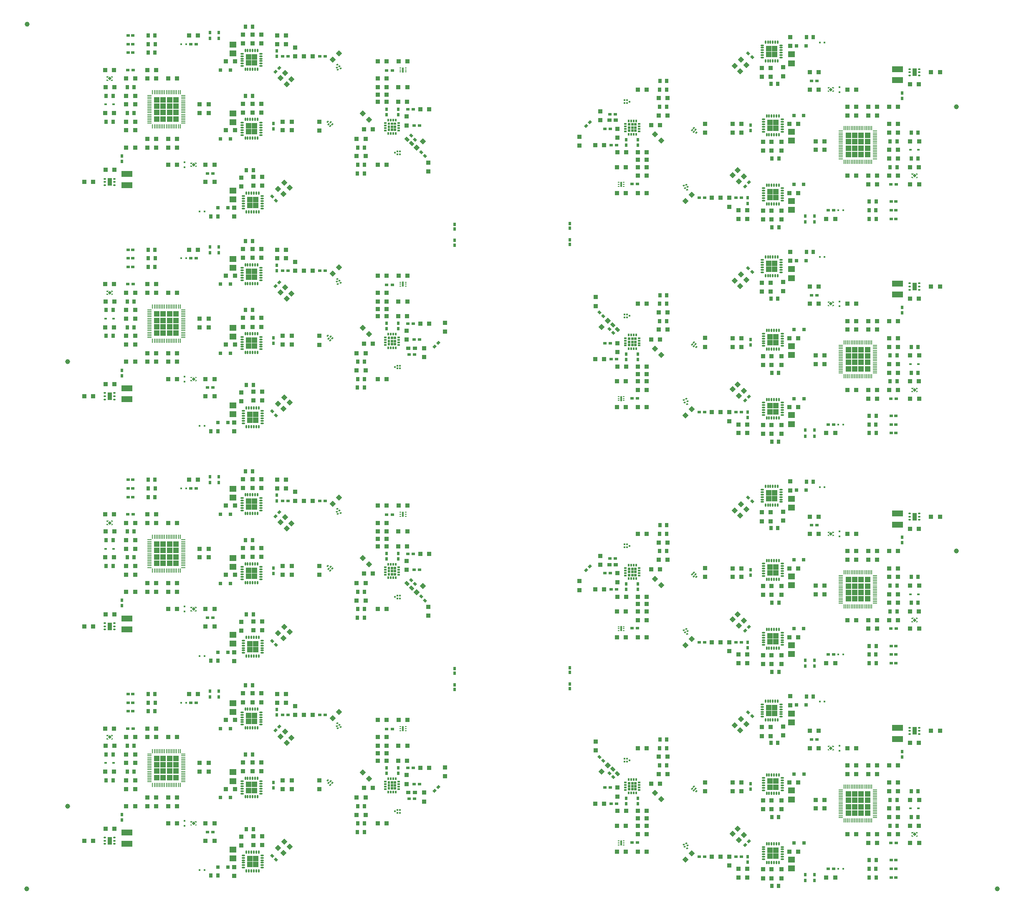
<source format=gtp>
G04*
G04 #@! TF.GenerationSoftware,Altium Limited,Altium Designer,22.5.1 (42)*
G04*
G04 Layer_Color=8421504*
%FSLAX25Y25*%
%MOIN*%
G70*
G04*
G04 #@! TF.SameCoordinates,51788D37-BDA4-4E50-BAE2-16D2DB3F6F0A*
G04*
G04*
G04 #@! TF.FilePolarity,Positive*
G04*
G01*
G75*
%ADD10C,0.03937*%
G04:AMPARAMS|DCode=16|XSize=11.81mil|YSize=17.72mil|CornerRadius=0.3mil|HoleSize=0mil|Usage=FLASHONLY|Rotation=180.000|XOffset=0mil|YOffset=0mil|HoleType=Round|Shape=RoundedRectangle|*
%AMROUNDEDRECTD16*
21,1,0.01181,0.01713,0,0,180.0*
21,1,0.01122,0.01772,0,0,180.0*
1,1,0.00059,-0.00561,0.00856*
1,1,0.00059,0.00561,0.00856*
1,1,0.00059,0.00561,-0.00856*
1,1,0.00059,-0.00561,-0.00856*
%
%ADD16ROUNDEDRECTD16*%
G04:AMPARAMS|DCode=17|XSize=11.81mil|YSize=17.72mil|CornerRadius=0.3mil|HoleSize=0mil|Usage=FLASHONLY|Rotation=270.000|XOffset=0mil|YOffset=0mil|HoleType=Round|Shape=RoundedRectangle|*
%AMROUNDEDRECTD17*
21,1,0.01181,0.01713,0,0,270.0*
21,1,0.01122,0.01772,0,0,270.0*
1,1,0.00059,-0.00856,-0.00561*
1,1,0.00059,-0.00856,0.00561*
1,1,0.00059,0.00856,0.00561*
1,1,0.00059,0.00856,-0.00561*
%
%ADD17ROUNDEDRECTD17*%
%ADD20O,0.01181X0.03150*%
%ADD21O,0.03150X0.01181*%
G04:AMPARAMS|DCode=22|XSize=9.06mil|YSize=33.47mil|CornerRadius=1.13mil|HoleSize=0mil|Usage=FLASHONLY|Rotation=270.000|XOffset=0mil|YOffset=0mil|HoleType=Round|Shape=RoundedRectangle|*
%AMROUNDEDRECTD22*
21,1,0.00906,0.03120,0,0,270.0*
21,1,0.00679,0.03347,0,0,270.0*
1,1,0.00226,-0.01560,-0.00340*
1,1,0.00226,-0.01560,0.00340*
1,1,0.00226,0.01560,0.00340*
1,1,0.00226,0.01560,-0.00340*
%
%ADD22ROUNDEDRECTD22*%
G04:AMPARAMS|DCode=23|XSize=9.06mil|YSize=33.47mil|CornerRadius=1.13mil|HoleSize=0mil|Usage=FLASHONLY|Rotation=180.000|XOffset=0mil|YOffset=0mil|HoleType=Round|Shape=RoundedRectangle|*
%AMROUNDEDRECTD23*
21,1,0.00906,0.03120,0,0,180.0*
21,1,0.00679,0.03347,0,0,180.0*
1,1,0.00226,-0.00340,0.01560*
1,1,0.00226,0.00340,0.01560*
1,1,0.00226,0.00340,-0.01560*
1,1,0.00226,-0.00340,-0.01560*
%
%ADD23ROUNDEDRECTD23*%
G04:AMPARAMS|DCode=25|XSize=25.81mil|YSize=21.65mil|CornerRadius=0mil|HoleSize=0mil|Usage=FLASHONLY|Rotation=225.000|XOffset=0mil|YOffset=0mil|HoleType=Round|Shape=Rectangle|*
%AMROTATEDRECTD25*
4,1,4,0.00147,0.01678,0.01678,0.00147,-0.00147,-0.01678,-0.01678,-0.00147,0.00147,0.01678,0.0*
%
%ADD25ROTATEDRECTD25*%

G04:AMPARAMS|DCode=26|XSize=11.81mil|YSize=14.76mil|CornerRadius=0.3mil|HoleSize=0mil|Usage=FLASHONLY|Rotation=135.000|XOffset=0mil|YOffset=0mil|HoleType=Round|Shape=RoundedRectangle|*
%AMROUNDEDRECTD26*
21,1,0.01181,0.01417,0,0,135.0*
21,1,0.01122,0.01476,0,0,135.0*
1,1,0.00059,0.00104,0.00898*
1,1,0.00059,0.00898,0.00104*
1,1,0.00059,-0.00104,-0.00898*
1,1,0.00059,-0.00898,-0.00104*
%
%ADD26ROUNDEDRECTD26*%
%ADD27R,0.03543X0.03543*%
%ADD28R,0.03000X0.03000*%
%ADD29R,0.01600X0.01600*%
%ADD30R,0.03543X0.03543*%
G04:AMPARAMS|DCode=31|XSize=9.45mil|YSize=14.57mil|CornerRadius=0.94mil|HoleSize=0mil|Usage=FLASHONLY|Rotation=90.000|XOffset=0mil|YOffset=0mil|HoleType=Round|Shape=RoundedRectangle|*
%AMROUNDEDRECTD31*
21,1,0.00945,0.01268,0,0,90.0*
21,1,0.00756,0.01457,0,0,90.0*
1,1,0.00189,0.00634,0.00378*
1,1,0.00189,0.00634,-0.00378*
1,1,0.00189,-0.00634,-0.00378*
1,1,0.00189,-0.00634,0.00378*
%
%ADD31ROUNDEDRECTD31*%
G04:AMPARAMS|DCode=34|XSize=11.81mil|YSize=17.72mil|CornerRadius=1.95mil|HoleSize=0mil|Usage=FLASHONLY|Rotation=90.000|XOffset=0mil|YOffset=0mil|HoleType=Round|Shape=RoundedRectangle|*
%AMROUNDEDRECTD34*
21,1,0.01181,0.01382,0,0,90.0*
21,1,0.00791,0.01772,0,0,90.0*
1,1,0.00390,0.00691,0.00396*
1,1,0.00390,0.00691,-0.00396*
1,1,0.00390,-0.00691,-0.00396*
1,1,0.00390,-0.00691,0.00396*
%
%ADD34ROUNDEDRECTD34*%
%ADD37R,0.08700X0.04600*%
%ADD38R,0.02581X0.02165*%
%ADD39R,0.02165X0.02581*%
G04:AMPARAMS|DCode=40|XSize=11.81mil|YSize=14.76mil|CornerRadius=0.3mil|HoleSize=0mil|Usage=FLASHONLY|Rotation=180.000|XOffset=0mil|YOffset=0mil|HoleType=Round|Shape=RoundedRectangle|*
%AMROUNDEDRECTD40*
21,1,0.01181,0.01417,0,0,180.0*
21,1,0.01122,0.01476,0,0,180.0*
1,1,0.00059,-0.00561,0.00709*
1,1,0.00059,0.00561,0.00709*
1,1,0.00059,0.00561,-0.00709*
1,1,0.00059,-0.00561,-0.00709*
%
%ADD40ROUNDEDRECTD40*%
G04:AMPARAMS|DCode=41|XSize=11.81mil|YSize=14.76mil|CornerRadius=0.3mil|HoleSize=0mil|Usage=FLASHONLY|Rotation=115.000|XOffset=0mil|YOffset=0mil|HoleType=Round|Shape=RoundedRectangle|*
%AMROUNDEDRECTD41*
21,1,0.01181,0.01417,0,0,115.0*
21,1,0.01122,0.01476,0,0,115.0*
1,1,0.00059,0.00405,0.00808*
1,1,0.00059,0.00879,-0.00209*
1,1,0.00059,-0.00405,-0.00808*
1,1,0.00059,-0.00879,0.00209*
%
%ADD41ROUNDEDRECTD41*%
%ADD42R,0.03150X0.03543*%
%ADD43R,0.02000X0.03000*%
%ADD44R,0.03543X0.02756*%
%ADD45P,0.05011X4X180.0*%
%ADD46R,0.05512X0.04724*%
%ADD47R,0.02362X0.03150*%
%ADD48R,0.01600X0.01600*%
%ADD49R,0.03000X0.02000*%
%ADD50P,0.05011X4X270.0*%
G04:AMPARAMS|DCode=51|XSize=25.81mil|YSize=21.65mil|CornerRadius=0mil|HoleSize=0mil|Usage=FLASHONLY|Rotation=135.000|XOffset=0mil|YOffset=0mil|HoleType=Round|Shape=Rectangle|*
%AMROTATEDRECTD51*
4,1,4,0.01678,-0.00147,0.00147,-0.01678,-0.01678,0.00147,-0.00147,0.01678,0.01678,-0.00147,0.0*
%
%ADD51ROTATEDRECTD51*%

G04:AMPARAMS|DCode=52|XSize=35.43mil|YSize=27.56mil|CornerRadius=0mil|HoleSize=0mil|Usage=FLASHONLY|Rotation=135.000|XOffset=0mil|YOffset=0mil|HoleType=Round|Shape=Rectangle|*
%AMROTATEDRECTD52*
4,1,4,0.02227,-0.00278,0.00278,-0.02227,-0.02227,0.00278,-0.00278,0.02227,0.02227,-0.00278,0.0*
%
%ADD52ROTATEDRECTD52*%

%ADD53R,0.02000X0.01400*%
%ADD61R,0.01600X0.01600*%
%ADD62R,0.02581X0.02165*%
%ADD63R,0.03543X0.03543*%
G04:AMPARAMS|DCode=85|XSize=13.78mil|YSize=40.55mil|CornerRadius=0mil|HoleSize=0mil|Usage=FLASHONLY|Rotation=180.000|XOffset=0mil|YOffset=0mil|HoleType=Round|Shape=RoundedRectangle|*
%AMROUNDEDRECTD85*
21,1,0.01378,0.04055,0,0,180.0*
21,1,0.01378,0.04055,0,0,180.0*
1,1,0.00000,-0.00689,0.02028*
1,1,0.00000,0.00689,0.02028*
1,1,0.00000,0.00689,-0.02028*
1,1,0.00000,-0.00689,-0.02028*
%
%ADD85ROUNDEDRECTD85*%
G04:AMPARAMS|DCode=86|XSize=35.43mil|YSize=59.06mil|CornerRadius=0mil|HoleSize=0mil|Usage=FLASHONLY|Rotation=360.000|XOffset=0mil|YOffset=0mil|HoleType=Round|Shape=RoundedRectangle|*
%AMROUNDEDRECTD86*
21,1,0.03543,0.05906,0,0,360.0*
21,1,0.03543,0.05906,0,0,360.0*
1,1,0.00000,0.01772,-0.02953*
1,1,0.00000,-0.01772,-0.02953*
1,1,0.00000,-0.01772,0.02953*
1,1,0.00000,0.01772,0.02953*
%
%ADD86ROUNDEDRECTD86*%
%ADD87P,0.02951X4X360.0*%
%ADD88R,0.00591X0.00984*%
G36*
X608858Y704855D02*
X604528Y704855D01*
X604528Y709185D01*
X608858Y709185D01*
X608858Y704855D01*
D02*
G37*
G36*
X604134Y704855D02*
X599803Y704855D01*
X599803Y709185D01*
X604134Y709185D01*
X604134Y704855D01*
D02*
G37*
G36*
X608858Y704461D02*
Y700130D01*
X604528Y700130D01*
Y704461D01*
X608858Y704461D01*
D02*
G37*
G36*
X604134Y700130D02*
X599803Y700130D01*
X599803Y704461D01*
X604134D01*
X604134Y700130D01*
D02*
G37*
G36*
X193504Y698130D02*
X189173D01*
X189173Y702461D01*
X193504Y702461D01*
X193504Y698130D01*
D02*
G37*
G36*
X188780Y702461D02*
Y698130D01*
X184449Y698130D01*
Y702461D01*
X188780Y702461D01*
D02*
G37*
G36*
X193504Y693405D02*
X189173Y693405D01*
X189173Y697736D01*
X193504Y697736D01*
X193504Y693405D01*
D02*
G37*
G36*
X188780Y697736D02*
X188780Y693405D01*
X184449Y693405D01*
X184449Y697736D01*
X188780Y697736D01*
D02*
G37*
G36*
X78248Y683760D02*
X77461D01*
X76772Y684449D01*
Y684744D01*
X78248D01*
Y683760D01*
D02*
G37*
G36*
X74803Y684449D02*
X74114Y683760D01*
X73327D01*
Y684744D01*
X74803D01*
Y684449D01*
D02*
G37*
G36*
X78248Y681201D02*
X76575D01*
Y681299D01*
X77461Y682185D01*
X78248D01*
Y681201D01*
D02*
G37*
G36*
X74803Y681496D02*
Y681201D01*
X73327D01*
Y682185D01*
X74114D01*
X74803Y681496D01*
D02*
G37*
G36*
X654036Y675000D02*
X653248D01*
X652559Y675689D01*
Y675984D01*
X654036D01*
Y675000D01*
D02*
G37*
G36*
X650787Y675886D02*
X649902Y675000D01*
X649114D01*
Y675984D01*
X650787D01*
Y675886D01*
D02*
G37*
G36*
X654036Y672441D02*
X652559D01*
Y672736D01*
X653248Y673425D01*
X654036D01*
Y672441D01*
D02*
G37*
G36*
X650591Y672736D02*
Y672441D01*
X649114D01*
Y673425D01*
X649902D01*
X650591Y672736D01*
D02*
G37*
G36*
X130906Y668209D02*
X130906Y663878D01*
X126575Y663878D01*
X126575Y668209D01*
X130906Y668209D01*
D02*
G37*
G36*
X125787Y668209D02*
X125788Y663878D01*
X121457Y663878D01*
X121457Y668209D01*
X125787Y668209D01*
D02*
G37*
G36*
X120669D02*
X120669Y663878D01*
X116339Y663878D01*
X116339Y668209D01*
X120669Y668209D01*
D02*
G37*
G36*
X115551D02*
X115551Y663878D01*
X111221Y663878D01*
X111221Y668209D01*
X115551Y668209D01*
D02*
G37*
G36*
X130906Y663091D02*
X130906Y658760D01*
X126575Y658760D01*
X126575Y663091D01*
X130906Y663091D01*
D02*
G37*
G36*
X125787Y663091D02*
X125787Y658760D01*
X121457Y658760D01*
X121457Y663091D01*
X125787Y663091D01*
D02*
G37*
G36*
X120669D02*
X120669Y658760D01*
X116339Y658760D01*
X116339Y663091D01*
X120669Y663091D01*
D02*
G37*
G36*
X115551D02*
X115551Y658760D01*
X111221Y658760D01*
X111221Y663091D01*
X115551Y663091D01*
D02*
G37*
G36*
X130906Y657972D02*
X130906Y653642D01*
X126575Y653642D01*
X126575Y657972D01*
X130906Y657972D01*
D02*
G37*
G36*
X125787Y657972D02*
X125787Y653642D01*
X121457Y653642D01*
X121457Y657972D01*
X125787Y657972D01*
D02*
G37*
G36*
X120669D02*
X120669Y653642D01*
X116339Y653642D01*
X116339Y657972D01*
X120669Y657972D01*
D02*
G37*
G36*
X115551D02*
X115551Y653642D01*
X111221Y653642D01*
X111221Y657972D01*
X115551Y657972D01*
D02*
G37*
G36*
X130906Y652854D02*
X130906Y648524D01*
X126575Y648524D01*
X126575Y652854D01*
X130906Y652854D01*
D02*
G37*
G36*
X125787Y652854D02*
X125787Y648524D01*
X121457Y648524D01*
X121457Y652854D01*
X125787Y652854D01*
D02*
G37*
G36*
X120669D02*
X120669Y648524D01*
X116339Y648524D01*
X116339Y652854D01*
X120669Y652854D01*
D02*
G37*
G36*
X115551D02*
X115551Y648524D01*
X111221Y648524D01*
X111221Y652854D01*
X115551Y652854D01*
D02*
G37*
G36*
X304626Y645944D02*
X302658D01*
Y647913D01*
X304626D01*
Y645944D01*
D02*
G37*
G36*
X302166D02*
X300197D01*
Y647913D01*
X302166D01*
Y645944D01*
D02*
G37*
G36*
X299705D02*
X297736D01*
Y647913D01*
X299705D01*
Y645944D01*
D02*
G37*
G36*
X609843Y645669D02*
X605512Y645669D01*
X605512Y650000D01*
X609843Y650000D01*
X609843Y645669D01*
D02*
G37*
G36*
X605118Y645669D02*
X600787Y645669D01*
X600787Y650000D01*
X605118Y650000D01*
X605118Y645669D01*
D02*
G37*
G36*
X496555Y645296D02*
X494587D01*
Y647264D01*
X496555D01*
Y645296D01*
D02*
G37*
G36*
X494095D02*
X492126D01*
Y647264D01*
X494095D01*
Y645296D01*
D02*
G37*
G36*
X491634D02*
X489666D01*
Y647264D01*
X491634D01*
Y645296D01*
D02*
G37*
G36*
X304626Y643484D02*
X302658D01*
Y645452D01*
X304626D01*
Y643484D01*
D02*
G37*
G36*
X302166D02*
X300197D01*
Y645452D01*
X302166D01*
Y643484D01*
D02*
G37*
G36*
X299705D02*
X297736D01*
Y645452D01*
X299705D01*
Y643484D01*
D02*
G37*
G36*
X193504Y643012D02*
X189173D01*
X189173Y647342D01*
X193504Y647342D01*
X193504Y643012D01*
D02*
G37*
G36*
X188780Y647342D02*
Y643012D01*
X184449Y643012D01*
Y647342D01*
X188780Y647342D01*
D02*
G37*
G36*
X496555Y642835D02*
X494587D01*
Y644803D01*
X496555D01*
Y642835D01*
D02*
G37*
G36*
X494095D02*
X492126D01*
Y644803D01*
X494095D01*
Y642835D01*
D02*
G37*
G36*
X491634D02*
X489666D01*
Y644803D01*
X491634D01*
Y642835D01*
D02*
G37*
G36*
X304626Y641023D02*
X302658D01*
Y642992D01*
X304626D01*
Y641023D01*
D02*
G37*
G36*
X302166D02*
X300197D01*
Y642992D01*
X302166D01*
Y641023D01*
D02*
G37*
G36*
X299705D02*
X297736D01*
Y642992D01*
X299705D01*
Y641023D01*
D02*
G37*
G36*
X609843Y645275D02*
Y640945D01*
X605512Y640945D01*
Y645276D01*
X609843Y645275D01*
D02*
G37*
G36*
X605118Y640945D02*
X600787Y640945D01*
X600787Y645276D01*
X605118D01*
X605118Y640945D01*
D02*
G37*
G36*
X496555Y640374D02*
X494587D01*
Y642343D01*
X496555D01*
Y640374D01*
D02*
G37*
G36*
X494095D02*
X492126D01*
Y642343D01*
X494095D01*
Y640374D01*
D02*
G37*
G36*
X491634D02*
X489666D01*
Y642343D01*
X491634D01*
Y640374D01*
D02*
G37*
G36*
X193504Y638287D02*
X189173Y638287D01*
X189173Y642618D01*
X193504Y642618D01*
X193504Y638287D01*
D02*
G37*
G36*
X188780Y642618D02*
X188780Y638287D01*
X184449Y638287D01*
X184449Y642618D01*
X188780Y642618D01*
D02*
G37*
G36*
X683071Y639764D02*
X683071Y635433D01*
X678740Y635433D01*
X678740Y639764D01*
X683071Y639764D01*
D02*
G37*
G36*
X677953D02*
X677953Y635433D01*
X673622Y635433D01*
X673622Y639764D01*
X677953Y639764D01*
D02*
G37*
G36*
X672835D02*
X672835Y635433D01*
X668504Y635433D01*
X668504Y639764D01*
X672835Y639764D01*
D02*
G37*
G36*
X667717Y639764D02*
X667717Y635433D01*
X663386Y635433D01*
X663386Y639764D01*
X667717Y639764D01*
D02*
G37*
G36*
X683071Y634646D02*
X683071Y630315D01*
X678740Y630315D01*
X678740Y634646D01*
X683071Y634646D01*
D02*
G37*
G36*
X677953D02*
X677953Y630315D01*
X673622Y630315D01*
X673622Y634646D01*
X677953Y634646D01*
D02*
G37*
G36*
X672835D02*
X672835Y630315D01*
X668504Y630315D01*
X668504Y634646D01*
X672835Y634646D01*
D02*
G37*
G36*
X667717Y634646D02*
X667717Y630315D01*
X663386Y630315D01*
X663386Y634646D01*
X667717Y634646D01*
D02*
G37*
G36*
X683071Y629528D02*
X683071Y625197D01*
X678740Y625197D01*
X678740Y629528D01*
X683071Y629528D01*
D02*
G37*
G36*
X677953D02*
X677953Y625197D01*
X673622Y625197D01*
X673622Y629528D01*
X677953Y629528D01*
D02*
G37*
G36*
X672835D02*
X672835Y625197D01*
X668504Y625197D01*
X668504Y629528D01*
X672835Y629528D01*
D02*
G37*
G36*
X667717Y629528D02*
X667717Y625197D01*
X663386Y625197D01*
X663386Y629528D01*
X667717Y629528D01*
D02*
G37*
G36*
X683071Y624409D02*
X683071Y620079D01*
X678740Y620079D01*
X678740Y624409D01*
X683071Y624409D01*
D02*
G37*
G36*
X677953D02*
X677953Y620079D01*
X673622Y620079D01*
X673622Y624409D01*
X677953Y624409D01*
D02*
G37*
G36*
X672835D02*
X672835Y620079D01*
X668504Y620079D01*
X668504Y624409D01*
X672835Y624409D01*
D02*
G37*
G36*
X667717Y624409D02*
X667717Y620079D01*
X663386Y620079D01*
X663386Y624409D01*
X667717Y624409D01*
D02*
G37*
G36*
X145177Y614862D02*
X144390D01*
X143701Y615551D01*
Y615846D01*
X145177D01*
Y614862D01*
D02*
G37*
G36*
X141732Y615551D02*
X141043Y614862D01*
X140256D01*
Y615846D01*
X141732D01*
Y615551D01*
D02*
G37*
G36*
X145177Y612303D02*
X143504D01*
Y612401D01*
X144390Y613287D01*
X145177D01*
Y612303D01*
D02*
G37*
G36*
X141732Y612598D02*
Y612303D01*
X140256D01*
Y613287D01*
X141043D01*
X141732Y612598D01*
D02*
G37*
G36*
X720965Y606102D02*
X720177D01*
X719488Y606791D01*
Y607087D01*
X720965D01*
Y606102D01*
D02*
G37*
G36*
X717717Y606988D02*
X716831Y606102D01*
X716043D01*
Y607087D01*
X717717D01*
Y606988D01*
D02*
G37*
G36*
X720965Y603543D02*
X719488D01*
Y603838D01*
X720177Y604528D01*
X720965D01*
Y603543D01*
D02*
G37*
G36*
X717520Y603838D02*
Y603543D01*
X716043D01*
Y604528D01*
X716831D01*
X717520Y603838D01*
D02*
G37*
G36*
X609843Y590551D02*
X605512Y590551D01*
X605512Y594882D01*
X609843Y594882D01*
X609843Y590551D01*
D02*
G37*
G36*
X605118Y590551D02*
X600787Y590551D01*
X600787Y594882D01*
X605118Y594882D01*
X605118Y590551D01*
D02*
G37*
G36*
X609843Y590157D02*
Y585827D01*
X605512Y585827D01*
Y590157D01*
X609843Y590157D01*
D02*
G37*
G36*
X605118Y585827D02*
X600787Y585827D01*
X600787Y590157D01*
X605118D01*
X605118Y585827D01*
D02*
G37*
G36*
X194488Y584220D02*
X190158D01*
X190158Y588551D01*
X194488Y588551D01*
X194488Y584220D01*
D02*
G37*
G36*
X189764Y588551D02*
Y584220D01*
X185433Y584220D01*
Y588551D01*
X189764Y588551D01*
D02*
G37*
G36*
X194488Y579496D02*
X190158Y579496D01*
X190158Y583826D01*
X194488Y583826D01*
X194488Y579496D01*
D02*
G37*
G36*
X189764Y583826D02*
X189764Y579496D01*
X185433Y579496D01*
X185433Y583826D01*
X189764Y583826D01*
D02*
G37*
G36*
X608858Y533201D02*
X604528Y533201D01*
X604528Y537532D01*
X608858Y537532D01*
X608858Y533201D01*
D02*
G37*
G36*
X604134Y533201D02*
X599803Y533201D01*
X599803Y537532D01*
X604134Y537532D01*
X604134Y533201D01*
D02*
G37*
G36*
X608858Y532807D02*
Y528477D01*
X604528Y528477D01*
Y532807D01*
X608858Y532807D01*
D02*
G37*
G36*
X604134Y528477D02*
X599803Y528477D01*
X599803Y532807D01*
X604134D01*
X604134Y528477D01*
D02*
G37*
G36*
X193504Y526870D02*
X189173D01*
X189173Y531201D01*
X193504Y531201D01*
X193504Y526870D01*
D02*
G37*
G36*
X188779Y531201D02*
Y526870D01*
X184449Y526870D01*
Y531201D01*
X188779Y531201D01*
D02*
G37*
G36*
X193504Y522146D02*
X189173Y522146D01*
X189173Y526476D01*
X193504Y526476D01*
X193504Y522146D01*
D02*
G37*
G36*
X188779Y526476D02*
X188779Y522146D01*
X184449Y522146D01*
X184449Y526476D01*
X188779Y526476D01*
D02*
G37*
G36*
X78248Y512500D02*
X77461D01*
X76772Y513189D01*
Y513484D01*
X78248D01*
Y512500D01*
D02*
G37*
G36*
X74803Y513189D02*
X74114Y512500D01*
X73327D01*
Y513484D01*
X74803D01*
Y513189D01*
D02*
G37*
G36*
X78248Y509941D02*
X76575D01*
Y510039D01*
X77461Y510925D01*
X78248D01*
Y509941D01*
D02*
G37*
G36*
X74803Y510236D02*
Y509941D01*
X73327D01*
Y510925D01*
X74114D01*
X74803Y510236D01*
D02*
G37*
G36*
X654035Y503740D02*
X653248D01*
X652559Y504429D01*
Y504724D01*
X654035D01*
Y503740D01*
D02*
G37*
G36*
X650787Y504626D02*
X649902Y503740D01*
X649114D01*
Y504724D01*
X650787D01*
Y504626D01*
D02*
G37*
G36*
X654035Y501181D02*
X652559D01*
Y501476D01*
X653248Y502165D01*
X654035D01*
Y501181D01*
D02*
G37*
G36*
X650591Y501476D02*
Y501181D01*
X649114D01*
Y502165D01*
X649902D01*
X650591Y501476D01*
D02*
G37*
G36*
X130905Y496949D02*
X130905Y492618D01*
X126575Y492618D01*
X126575Y496949D01*
X130905Y496949D01*
D02*
G37*
G36*
X125787Y496949D02*
X125787Y492618D01*
X121457Y492618D01*
X121457Y496949D01*
X125787Y496949D01*
D02*
G37*
G36*
X120669D02*
X120669Y492618D01*
X116339Y492618D01*
X116339Y496949D01*
X120669Y496949D01*
D02*
G37*
G36*
X115551D02*
X115551Y492618D01*
X111221Y492618D01*
X111221Y496949D01*
X115551Y496949D01*
D02*
G37*
G36*
X130905Y491831D02*
X130905Y487500D01*
X126575Y487500D01*
X126575Y491831D01*
X130905Y491831D01*
D02*
G37*
G36*
X125787Y491831D02*
X125787Y487500D01*
X121457Y487500D01*
X121457Y491831D01*
X125787Y491831D01*
D02*
G37*
G36*
X120669D02*
X120669Y487500D01*
X116339Y487500D01*
X116339Y491831D01*
X120669Y491831D01*
D02*
G37*
G36*
X115551D02*
X115551Y487500D01*
X111221Y487500D01*
X111221Y491831D01*
X115551Y491831D01*
D02*
G37*
G36*
X130905Y486713D02*
X130905Y482382D01*
X126575Y482382D01*
X126575Y486713D01*
X130905Y486713D01*
D02*
G37*
G36*
X125787Y486713D02*
X125787Y482382D01*
X121457Y482382D01*
X121457Y486713D01*
X125787Y486713D01*
D02*
G37*
G36*
X120669D02*
X120669Y482382D01*
X116339Y482382D01*
X116339Y486713D01*
X120669Y486713D01*
D02*
G37*
G36*
X115551D02*
X115551Y482382D01*
X111221Y482382D01*
X111221Y486713D01*
X115551Y486713D01*
D02*
G37*
G36*
X130905Y481595D02*
X130905Y477264D01*
X126575Y477264D01*
X126575Y481595D01*
X130905Y481595D01*
D02*
G37*
G36*
X125787Y481595D02*
X125787Y477264D01*
X121457Y477264D01*
X121457Y481595D01*
X125787Y481595D01*
D02*
G37*
G36*
X120669D02*
X120669Y477264D01*
X116339Y477264D01*
X116339Y481595D01*
X120669Y481595D01*
D02*
G37*
G36*
X115551D02*
X115551Y477264D01*
X111221Y477264D01*
X111221Y481595D01*
X115551Y481595D01*
D02*
G37*
G36*
X304626Y474685D02*
X302658D01*
Y476653D01*
X304626D01*
Y474685D01*
D02*
G37*
G36*
X302165D02*
X300197D01*
Y476653D01*
X302165D01*
Y474685D01*
D02*
G37*
G36*
X299705D02*
X297736D01*
Y476653D01*
X299705D01*
Y474685D01*
D02*
G37*
G36*
X609842Y474409D02*
X605512Y474409D01*
X605512Y478740D01*
X609842Y478740D01*
X609842Y474409D01*
D02*
G37*
G36*
X605118Y474409D02*
X600787Y474409D01*
X600787Y478740D01*
X605118Y478740D01*
X605118Y474409D01*
D02*
G37*
G36*
X496555Y474036D02*
X494587D01*
Y476004D01*
X496555D01*
Y474036D01*
D02*
G37*
G36*
X494095D02*
X492126D01*
Y476004D01*
X494095D01*
Y474036D01*
D02*
G37*
G36*
X491634D02*
X489665D01*
Y476004D01*
X491634D01*
Y474036D01*
D02*
G37*
G36*
X304626Y472224D02*
X302658D01*
Y474192D01*
X304626D01*
Y472224D01*
D02*
G37*
G36*
X302165D02*
X300197D01*
Y474192D01*
X302165D01*
Y472224D01*
D02*
G37*
G36*
X299705D02*
X297736D01*
Y474192D01*
X299705D01*
Y472224D01*
D02*
G37*
G36*
X193504Y471752D02*
X189173D01*
X189173Y476083D01*
X193504Y476083D01*
X193504Y471752D01*
D02*
G37*
G36*
X188779Y476083D02*
Y471752D01*
X184449Y471752D01*
Y476083D01*
X188779Y476083D01*
D02*
G37*
G36*
X496555Y471575D02*
X494587D01*
Y473544D01*
X496555D01*
Y471575D01*
D02*
G37*
G36*
X494095D02*
X492126D01*
Y473544D01*
X494095D01*
Y471575D01*
D02*
G37*
G36*
X491634D02*
X489665D01*
Y473544D01*
X491634D01*
Y471575D01*
D02*
G37*
G36*
X304626Y469763D02*
X302658D01*
Y471732D01*
X304626D01*
Y469763D01*
D02*
G37*
G36*
X302165D02*
X300197D01*
Y471732D01*
X302165D01*
Y469763D01*
D02*
G37*
G36*
X299705D02*
X297736D01*
Y471732D01*
X299705D01*
Y469763D01*
D02*
G37*
G36*
X609842Y474016D02*
Y469685D01*
X605512Y469685D01*
Y474016D01*
X609842Y474016D01*
D02*
G37*
G36*
X605118Y469685D02*
X600787Y469685D01*
X600787Y474016D01*
X605118D01*
X605118Y469685D01*
D02*
G37*
G36*
X496555Y469115D02*
X494587D01*
Y471083D01*
X496555D01*
Y469115D01*
D02*
G37*
G36*
X494095D02*
X492126D01*
Y471083D01*
X494095D01*
Y469115D01*
D02*
G37*
G36*
X491634D02*
X489665D01*
Y471083D01*
X491634D01*
Y469115D01*
D02*
G37*
G36*
X193504Y467028D02*
X189173Y467028D01*
X189173Y471358D01*
X193504Y471358D01*
X193504Y467028D01*
D02*
G37*
G36*
X188779Y471358D02*
X188779Y467028D01*
X184449Y467028D01*
X184449Y471358D01*
X188779Y471358D01*
D02*
G37*
G36*
X683071Y468504D02*
X683071Y464173D01*
X678740Y464173D01*
X678740Y468504D01*
X683071Y468504D01*
D02*
G37*
G36*
X677953D02*
X677953Y464173D01*
X673622Y464173D01*
X673622Y468504D01*
X677953Y468504D01*
D02*
G37*
G36*
X672835D02*
X672835Y464173D01*
X668504Y464173D01*
X668504Y468504D01*
X672835Y468504D01*
D02*
G37*
G36*
X667717Y468504D02*
X667717Y464173D01*
X663386Y464173D01*
X663386Y468504D01*
X667717Y468504D01*
D02*
G37*
G36*
X683071Y463386D02*
X683071Y459055D01*
X678740Y459055D01*
X678740Y463386D01*
X683071Y463386D01*
D02*
G37*
G36*
X677953D02*
X677953Y459055D01*
X673622Y459055D01*
X673622Y463386D01*
X677953Y463386D01*
D02*
G37*
G36*
X672835D02*
X672835Y459055D01*
X668504Y459055D01*
X668504Y463386D01*
X672835Y463386D01*
D02*
G37*
G36*
X667717Y463386D02*
X667717Y459055D01*
X663386Y459055D01*
X663386Y463386D01*
X667717Y463386D01*
D02*
G37*
G36*
X683071Y458268D02*
X683071Y453937D01*
X678740Y453937D01*
X678740Y458268D01*
X683071Y458268D01*
D02*
G37*
G36*
X677953D02*
X677953Y453937D01*
X673622Y453937D01*
X673622Y458268D01*
X677953Y458268D01*
D02*
G37*
G36*
X672835D02*
X672835Y453937D01*
X668504Y453937D01*
X668504Y458268D01*
X672835Y458268D01*
D02*
G37*
G36*
X667717Y458268D02*
X667717Y453937D01*
X663386Y453937D01*
X663386Y458268D01*
X667717Y458268D01*
D02*
G37*
G36*
X683071Y453150D02*
X683071Y448819D01*
X678740Y448819D01*
X678740Y453150D01*
X683071Y453150D01*
D02*
G37*
G36*
X677953D02*
X677953Y448819D01*
X673622Y448819D01*
X673622Y453150D01*
X677953Y453150D01*
D02*
G37*
G36*
X672835D02*
X672835Y448819D01*
X668504Y448819D01*
X668504Y453150D01*
X672835Y453150D01*
D02*
G37*
G36*
X667717Y453150D02*
X667717Y448819D01*
X663386Y448819D01*
X663386Y453150D01*
X667717Y453150D01*
D02*
G37*
G36*
X145177Y443602D02*
X144390D01*
X143701Y444291D01*
Y444587D01*
X145177D01*
Y443602D01*
D02*
G37*
G36*
X141732Y444291D02*
X141043Y443602D01*
X140256D01*
Y444587D01*
X141732D01*
Y444291D01*
D02*
G37*
G36*
X145177Y441043D02*
X143504D01*
Y441142D01*
X144390Y442028D01*
X145177D01*
Y441043D01*
D02*
G37*
G36*
X141732Y441339D02*
Y441043D01*
X140256D01*
Y442028D01*
X141043D01*
X141732Y441339D01*
D02*
G37*
G36*
X720965Y434842D02*
X720177D01*
X719488Y435532D01*
Y435827D01*
X720965D01*
Y434842D01*
D02*
G37*
G36*
X717717Y435728D02*
X716831Y434842D01*
X716043D01*
Y435827D01*
X717717D01*
Y435728D01*
D02*
G37*
G36*
X720965Y432283D02*
X719488D01*
Y432579D01*
X720177Y433268D01*
X720965D01*
Y432283D01*
D02*
G37*
G36*
X717520Y432579D02*
Y432283D01*
X716043D01*
Y433268D01*
X716831D01*
X717520Y432579D01*
D02*
G37*
G36*
X609842Y419291D02*
X605512Y419291D01*
X605512Y423622D01*
X609842Y423622D01*
X609842Y419291D01*
D02*
G37*
G36*
X605118Y419291D02*
X600787Y419291D01*
X600787Y423622D01*
X605118Y423622D01*
X605118Y419291D01*
D02*
G37*
G36*
X609842Y418898D02*
Y414567D01*
X605512Y414567D01*
Y418898D01*
X609842Y418898D01*
D02*
G37*
G36*
X605118Y414567D02*
X600787Y414567D01*
X600787Y418898D01*
X605118D01*
X605118Y414567D01*
D02*
G37*
G36*
X194488Y412567D02*
X190157D01*
X190157Y416897D01*
X194488Y416897D01*
X194488Y412567D01*
D02*
G37*
G36*
X189764Y416897D02*
Y412567D01*
X185433Y412567D01*
Y416897D01*
X189764Y416897D01*
D02*
G37*
G36*
X194488Y407842D02*
X190157Y407842D01*
X190157Y412173D01*
X194488Y412173D01*
X194488Y407842D01*
D02*
G37*
G36*
X189764Y412173D02*
X189764Y407842D01*
X185433Y407842D01*
X185433Y412173D01*
X189764Y412173D01*
D02*
G37*
G36*
X608858Y349736D02*
X604528Y349736D01*
X604528Y354067D01*
X608858Y354067D01*
X608858Y349736D01*
D02*
G37*
G36*
X604134Y349736D02*
X599803Y349736D01*
X599803Y354067D01*
X604134Y354067D01*
X604134Y349736D01*
D02*
G37*
G36*
X608858Y349343D02*
Y345012D01*
X604528Y345012D01*
Y349343D01*
X608858Y349343D01*
D02*
G37*
G36*
X604134Y345012D02*
X599803Y345012D01*
X599803Y349343D01*
X604134D01*
X604134Y345012D01*
D02*
G37*
G36*
X193504Y343012D02*
X189173D01*
X189173Y347342D01*
X193504Y347342D01*
X193504Y343012D01*
D02*
G37*
G36*
X188780Y347342D02*
Y343012D01*
X184449Y343012D01*
Y347342D01*
X188780Y347342D01*
D02*
G37*
G36*
X193504Y338287D02*
X189173Y338287D01*
X189173Y342618D01*
X193504Y342618D01*
X193504Y338287D01*
D02*
G37*
G36*
X188780Y342618D02*
X188780Y338287D01*
X184449Y338287D01*
X184449Y342618D01*
X188780Y342618D01*
D02*
G37*
G36*
X78248Y328642D02*
X77461D01*
X76772Y329331D01*
Y329626D01*
X78248D01*
Y328642D01*
D02*
G37*
G36*
X74803Y329331D02*
X74114Y328642D01*
X73327D01*
Y329626D01*
X74803D01*
Y329331D01*
D02*
G37*
G36*
X78248Y326083D02*
X76575D01*
Y326181D01*
X77461Y327067D01*
X78248D01*
Y326083D01*
D02*
G37*
G36*
X74803Y326378D02*
Y326083D01*
X73327D01*
Y327067D01*
X74114D01*
X74803Y326378D01*
D02*
G37*
G36*
X654036Y319882D02*
X653248D01*
X652559Y320571D01*
Y320866D01*
X654036D01*
Y319882D01*
D02*
G37*
G36*
X650787Y320768D02*
X649902Y319882D01*
X649114D01*
Y320866D01*
X650787D01*
Y320768D01*
D02*
G37*
G36*
X654036Y317323D02*
X652559D01*
Y317618D01*
X653248Y318307D01*
X654036D01*
Y317323D01*
D02*
G37*
G36*
X650591Y317618D02*
Y317323D01*
X649114D01*
Y318307D01*
X649902D01*
X650591Y317618D01*
D02*
G37*
G36*
X130906Y313090D02*
X130906Y308760D01*
X126575Y308760D01*
X126575Y313090D01*
X130906Y313090D01*
D02*
G37*
G36*
X125787Y313090D02*
X125788Y308760D01*
X121457Y308760D01*
X121457Y313090D01*
X125787Y313090D01*
D02*
G37*
G36*
X120669D02*
X120669Y308760D01*
X116339Y308760D01*
X116339Y313090D01*
X120669Y313090D01*
D02*
G37*
G36*
X115551D02*
X115551Y308760D01*
X111221Y308760D01*
X111221Y313090D01*
X115551Y313090D01*
D02*
G37*
G36*
X130906Y307972D02*
X130906Y303642D01*
X126575Y303642D01*
X126575Y307972D01*
X130906Y307972D01*
D02*
G37*
G36*
X125787Y307972D02*
X125787Y303642D01*
X121457Y303642D01*
X121457Y307972D01*
X125787Y307972D01*
D02*
G37*
G36*
X120669D02*
X120669Y303642D01*
X116339Y303642D01*
X116339Y307972D01*
X120669Y307972D01*
D02*
G37*
G36*
X115551D02*
X115551Y303642D01*
X111221Y303642D01*
X111221Y307972D01*
X115551Y307972D01*
D02*
G37*
G36*
X130906Y302854D02*
X130906Y298524D01*
X126575Y298524D01*
X126575Y302854D01*
X130906Y302854D01*
D02*
G37*
G36*
X125787Y302854D02*
X125787Y298524D01*
X121457Y298524D01*
X121457Y302854D01*
X125787Y302854D01*
D02*
G37*
G36*
X120669D02*
X120669Y298524D01*
X116339Y298524D01*
X116339Y302854D01*
X120669Y302854D01*
D02*
G37*
G36*
X115551D02*
X115551Y298524D01*
X111221Y298524D01*
X111221Y302854D01*
X115551Y302854D01*
D02*
G37*
G36*
X130906Y297736D02*
X130906Y293406D01*
X126575Y293406D01*
X126575Y297736D01*
X130906Y297736D01*
D02*
G37*
G36*
X125787Y297736D02*
X125787Y293406D01*
X121457Y293406D01*
X121457Y297736D01*
X125787Y297736D01*
D02*
G37*
G36*
X120669D02*
X120669Y293406D01*
X116339Y293406D01*
X116339Y297736D01*
X120669Y297736D01*
D02*
G37*
G36*
X115551D02*
X115551Y293406D01*
X111221Y293406D01*
X111221Y297736D01*
X115551Y297736D01*
D02*
G37*
G36*
X304626Y290826D02*
X302658D01*
Y292795D01*
X304626D01*
Y290826D01*
D02*
G37*
G36*
X302166D02*
X300197D01*
Y292795D01*
X302166D01*
Y290826D01*
D02*
G37*
G36*
X299705D02*
X297736D01*
Y292795D01*
X299705D01*
Y290826D01*
D02*
G37*
G36*
X609843Y290551D02*
X605512Y290551D01*
X605512Y294882D01*
X609843Y294882D01*
X609843Y290551D01*
D02*
G37*
G36*
X605118Y290551D02*
X600787Y290551D01*
X600787Y294882D01*
X605118Y294882D01*
X605118Y290551D01*
D02*
G37*
G36*
X496555Y290177D02*
X494587D01*
Y292146D01*
X496555D01*
Y290177D01*
D02*
G37*
G36*
X494095D02*
X492126D01*
Y292146D01*
X494095D01*
Y290177D01*
D02*
G37*
G36*
X491634D02*
X489666D01*
Y292146D01*
X491634D01*
Y290177D01*
D02*
G37*
G36*
X304626Y288366D02*
X302658D01*
Y290334D01*
X304626D01*
Y288366D01*
D02*
G37*
G36*
X302166D02*
X300197D01*
Y290334D01*
X302166D01*
Y288366D01*
D02*
G37*
G36*
X299705D02*
X297736D01*
Y290334D01*
X299705D01*
Y288366D01*
D02*
G37*
G36*
X193504Y287894D02*
X189173D01*
X189173Y292224D01*
X193504Y292224D01*
X193504Y287894D01*
D02*
G37*
G36*
X188780Y292224D02*
Y287894D01*
X184449Y287894D01*
Y292224D01*
X188780Y292224D01*
D02*
G37*
G36*
X496555Y287717D02*
X494587D01*
Y289685D01*
X496555D01*
Y287717D01*
D02*
G37*
G36*
X494095D02*
X492126D01*
Y289685D01*
X494095D01*
Y287717D01*
D02*
G37*
G36*
X491634D02*
X489666D01*
Y289685D01*
X491634D01*
Y287717D01*
D02*
G37*
G36*
X304626Y285905D02*
X302658D01*
Y287874D01*
X304626D01*
Y285905D01*
D02*
G37*
G36*
X302166D02*
X300197D01*
Y287874D01*
X302166D01*
Y285905D01*
D02*
G37*
G36*
X299705D02*
X297736D01*
Y287874D01*
X299705D01*
Y285905D01*
D02*
G37*
G36*
X609843Y290157D02*
Y285827D01*
X605512Y285827D01*
Y290157D01*
X609843Y290157D01*
D02*
G37*
G36*
X605118Y285827D02*
X600787Y285827D01*
X600787Y290157D01*
X605118D01*
X605118Y285827D01*
D02*
G37*
G36*
X496555Y285256D02*
X494587D01*
Y287225D01*
X496555D01*
Y285256D01*
D02*
G37*
G36*
X494095D02*
X492126D01*
Y287225D01*
X494095D01*
Y285256D01*
D02*
G37*
G36*
X491634D02*
X489666D01*
Y287225D01*
X491634D01*
Y285256D01*
D02*
G37*
G36*
X193504Y283169D02*
X189173Y283169D01*
X189173Y287500D01*
X193504Y287500D01*
X193504Y283169D01*
D02*
G37*
G36*
X188780Y287500D02*
X188780Y283169D01*
X184449Y283169D01*
X184449Y287500D01*
X188780Y287500D01*
D02*
G37*
G36*
X683071Y284646D02*
X683071Y280315D01*
X678740Y280315D01*
X678740Y284646D01*
X683071Y284646D01*
D02*
G37*
G36*
X677953D02*
X677953Y280315D01*
X673622Y280315D01*
X673622Y284646D01*
X677953Y284646D01*
D02*
G37*
G36*
X672835D02*
X672835Y280315D01*
X668504Y280315D01*
X668504Y284646D01*
X672835Y284646D01*
D02*
G37*
G36*
X667717Y284646D02*
X667717Y280315D01*
X663386Y280315D01*
X663386Y284646D01*
X667717Y284646D01*
D02*
G37*
G36*
X683071Y279527D02*
X683071Y275197D01*
X678740Y275197D01*
X678740Y279527D01*
X683071Y279527D01*
D02*
G37*
G36*
X677953D02*
X677953Y275197D01*
X673622Y275197D01*
X673622Y279527D01*
X677953Y279527D01*
D02*
G37*
G36*
X672835D02*
X672835Y275197D01*
X668504Y275197D01*
X668504Y279527D01*
X672835Y279527D01*
D02*
G37*
G36*
X667717Y279527D02*
X667717Y275197D01*
X663386Y275197D01*
X663386Y279527D01*
X667717Y279527D01*
D02*
G37*
G36*
X683071Y274409D02*
X683071Y270079D01*
X678740Y270079D01*
X678740Y274409D01*
X683071Y274409D01*
D02*
G37*
G36*
X677953D02*
X677953Y270079D01*
X673622Y270079D01*
X673622Y274409D01*
X677953Y274409D01*
D02*
G37*
G36*
X672835D02*
X672835Y270079D01*
X668504Y270079D01*
X668504Y274409D01*
X672835Y274409D01*
D02*
G37*
G36*
X667717Y274409D02*
X667717Y270079D01*
X663386Y270079D01*
X663386Y274409D01*
X667717Y274409D01*
D02*
G37*
G36*
X683071Y269291D02*
X683071Y264961D01*
X678740Y264961D01*
X678740Y269291D01*
X683071Y269291D01*
D02*
G37*
G36*
X677953D02*
X677953Y264961D01*
X673622Y264961D01*
X673622Y269291D01*
X677953Y269291D01*
D02*
G37*
G36*
X672835D02*
X672835Y264961D01*
X668504Y264961D01*
X668504Y269291D01*
X672835Y269291D01*
D02*
G37*
G36*
X667717Y269291D02*
X667717Y264961D01*
X663386Y264961D01*
X663386Y269291D01*
X667717Y269291D01*
D02*
G37*
G36*
X145177Y259744D02*
X144390D01*
X143701Y260433D01*
Y260728D01*
X145177D01*
Y259744D01*
D02*
G37*
G36*
X141732Y260433D02*
X141043Y259744D01*
X140256D01*
Y260728D01*
X141732D01*
Y260433D01*
D02*
G37*
G36*
X145177Y257185D02*
X143504D01*
Y257283D01*
X144390Y258169D01*
X145177D01*
Y257185D01*
D02*
G37*
G36*
X141732Y257480D02*
Y257185D01*
X140256D01*
Y258169D01*
X141043D01*
X141732Y257480D01*
D02*
G37*
G36*
X720965Y250984D02*
X720177D01*
X719488Y251673D01*
Y251968D01*
X720965D01*
Y250984D01*
D02*
G37*
G36*
X717717Y251870D02*
X716831Y250984D01*
X716043D01*
Y251968D01*
X717717D01*
Y251870D01*
D02*
G37*
G36*
X720965Y248425D02*
X719488D01*
Y248720D01*
X720177Y249409D01*
X720965D01*
Y248425D01*
D02*
G37*
G36*
X717520Y248720D02*
Y248425D01*
X716043D01*
Y249409D01*
X716831D01*
X717520Y248720D01*
D02*
G37*
G36*
X609843Y235433D02*
X605512Y235433D01*
X605512Y239764D01*
X609843Y239764D01*
X609843Y235433D01*
D02*
G37*
G36*
X605118Y235433D02*
X600787Y235433D01*
X600787Y239764D01*
X605118Y239764D01*
X605118Y235433D01*
D02*
G37*
G36*
X609843Y235039D02*
Y230709D01*
X605512Y230709D01*
Y235039D01*
X609843Y235039D01*
D02*
G37*
G36*
X605118Y230709D02*
X600787Y230709D01*
X600787Y235039D01*
X605118D01*
X605118Y230709D01*
D02*
G37*
G36*
X194488Y229102D02*
X190158D01*
X190158Y233433D01*
X194488Y233433D01*
X194488Y229102D01*
D02*
G37*
G36*
X189764Y233433D02*
Y229102D01*
X185433Y229102D01*
Y233433D01*
X189764Y233433D01*
D02*
G37*
G36*
X194488Y224378D02*
X190158Y224378D01*
X190158Y228708D01*
X194488Y228708D01*
X194488Y224378D01*
D02*
G37*
G36*
X189764Y228708D02*
X189764Y224378D01*
X185433Y224378D01*
X185433Y228708D01*
X189764Y228708D01*
D02*
G37*
G36*
X608858Y178083D02*
X604528Y178083D01*
X604528Y182414D01*
X608858Y182414D01*
X608858Y178083D01*
D02*
G37*
G36*
X604134Y178083D02*
X599803Y178083D01*
X599803Y182414D01*
X604134Y182414D01*
X604134Y178083D01*
D02*
G37*
G36*
X608858Y177689D02*
Y173359D01*
X604528Y173359D01*
Y177689D01*
X608858Y177689D01*
D02*
G37*
G36*
X604134Y173359D02*
X599803Y173359D01*
X599803Y177689D01*
X604134D01*
X604134Y173359D01*
D02*
G37*
G36*
X193504Y171752D02*
X189173D01*
X189173Y176083D01*
X193504Y176083D01*
X193504Y171752D01*
D02*
G37*
G36*
X188779Y176083D02*
Y171752D01*
X184449Y171752D01*
Y176083D01*
X188779Y176083D01*
D02*
G37*
G36*
X193504Y167028D02*
X189173Y167027D01*
X189173Y171358D01*
X193504Y171358D01*
X193504Y167028D01*
D02*
G37*
G36*
X188779Y171358D02*
X188779Y167028D01*
X184449Y167027D01*
X184449Y171358D01*
X188779Y171358D01*
D02*
G37*
G36*
X78248Y157382D02*
X77461D01*
X76772Y158071D01*
Y158366D01*
X78248D01*
Y157382D01*
D02*
G37*
G36*
X74803Y158071D02*
X74114Y157382D01*
X73327D01*
Y158366D01*
X74803D01*
Y158071D01*
D02*
G37*
G36*
X78248Y154823D02*
X76575D01*
Y154921D01*
X77461Y155807D01*
X78248D01*
Y154823D01*
D02*
G37*
G36*
X74803Y155118D02*
Y154823D01*
X73327D01*
Y155807D01*
X74114D01*
X74803Y155118D01*
D02*
G37*
G36*
X654035Y148622D02*
X653248D01*
X652559Y149311D01*
Y149606D01*
X654035D01*
Y148622D01*
D02*
G37*
G36*
X650787Y149508D02*
X649902Y148622D01*
X649114D01*
Y149606D01*
X650787D01*
Y149508D01*
D02*
G37*
G36*
X654035Y146063D02*
X652559D01*
Y146358D01*
X653248Y147047D01*
X654035D01*
Y146063D01*
D02*
G37*
G36*
X650591Y146358D02*
Y146063D01*
X649114D01*
Y147047D01*
X649902D01*
X650591Y146358D01*
D02*
G37*
G36*
X130905Y141831D02*
X130905Y137500D01*
X126575Y137500D01*
X126575Y141831D01*
X130905Y141831D01*
D02*
G37*
G36*
X125787Y141831D02*
X125787Y137500D01*
X121457Y137500D01*
X121457Y141831D01*
X125787Y141831D01*
D02*
G37*
G36*
X120669D02*
X120669Y137500D01*
X116339Y137500D01*
X116339Y141831D01*
X120669Y141831D01*
D02*
G37*
G36*
X115551D02*
X115551Y137500D01*
X111221Y137500D01*
X111221Y141831D01*
X115551Y141831D01*
D02*
G37*
G36*
X130905Y136713D02*
X130905Y132382D01*
X126575Y132382D01*
X126575Y136713D01*
X130905Y136713D01*
D02*
G37*
G36*
X125787Y136713D02*
X125787Y132382D01*
X121457Y132382D01*
X121457Y136713D01*
X125787Y136713D01*
D02*
G37*
G36*
X120669D02*
X120669Y132382D01*
X116339Y132382D01*
X116339Y136713D01*
X120669Y136713D01*
D02*
G37*
G36*
X115551D02*
X115551Y132382D01*
X111221Y132382D01*
X111221Y136713D01*
X115551Y136713D01*
D02*
G37*
G36*
X130905Y131595D02*
X130905Y127264D01*
X126575Y127264D01*
X126575Y131595D01*
X130905Y131595D01*
D02*
G37*
G36*
X125787Y131595D02*
X125787Y127264D01*
X121457Y127264D01*
X121457Y131595D01*
X125787Y131595D01*
D02*
G37*
G36*
X120669D02*
X120669Y127264D01*
X116339Y127264D01*
X116339Y131595D01*
X120669Y131595D01*
D02*
G37*
G36*
X115551D02*
X115551Y127264D01*
X111221Y127264D01*
X111221Y131595D01*
X115551Y131595D01*
D02*
G37*
G36*
X130905Y126476D02*
X130905Y122146D01*
X126575Y122146D01*
X126575Y126476D01*
X130905Y126476D01*
D02*
G37*
G36*
X125787Y126476D02*
X125787Y122146D01*
X121457Y122146D01*
X121457Y126476D01*
X125787Y126476D01*
D02*
G37*
G36*
X120669D02*
X120669Y122146D01*
X116339Y122146D01*
X116339Y126476D01*
X120669Y126476D01*
D02*
G37*
G36*
X115551D02*
X115551Y122146D01*
X111221Y122146D01*
X111221Y126476D01*
X115551Y126476D01*
D02*
G37*
G36*
X304626Y119567D02*
X302658D01*
Y121535D01*
X304626D01*
Y119567D01*
D02*
G37*
G36*
X302165D02*
X300197D01*
Y121535D01*
X302165D01*
Y119567D01*
D02*
G37*
G36*
X299705D02*
X297736D01*
Y121535D01*
X299705D01*
Y119567D01*
D02*
G37*
G36*
X609842Y119291D02*
X605512Y119291D01*
X605512Y123622D01*
X609842Y123622D01*
X609842Y119291D01*
D02*
G37*
G36*
X605118Y119291D02*
X600787Y119291D01*
X600787Y123622D01*
X605118Y123622D01*
X605118Y119291D01*
D02*
G37*
G36*
X496555Y118918D02*
X494587D01*
Y120886D01*
X496555D01*
Y118918D01*
D02*
G37*
G36*
X494095D02*
X492126D01*
Y120886D01*
X494095D01*
Y118918D01*
D02*
G37*
G36*
X491634D02*
X489665D01*
Y120886D01*
X491634D01*
Y118918D01*
D02*
G37*
G36*
X304626Y117106D02*
X302658D01*
Y119074D01*
X304626D01*
Y117106D01*
D02*
G37*
G36*
X302165D02*
X300197D01*
Y119074D01*
X302165D01*
Y117106D01*
D02*
G37*
G36*
X299705D02*
X297736D01*
Y119074D01*
X299705D01*
Y117106D01*
D02*
G37*
G36*
X193504Y116634D02*
X189173D01*
X189173Y120965D01*
X193504Y120965D01*
X193504Y116634D01*
D02*
G37*
G36*
X188779Y120965D02*
Y116634D01*
X184449Y116634D01*
Y120965D01*
X188779Y120965D01*
D02*
G37*
G36*
X496555Y116457D02*
X494587D01*
Y118426D01*
X496555D01*
Y116457D01*
D02*
G37*
G36*
X494095D02*
X492126D01*
Y118426D01*
X494095D01*
Y116457D01*
D02*
G37*
G36*
X491634D02*
X489665D01*
Y118426D01*
X491634D01*
Y116457D01*
D02*
G37*
G36*
X304626Y114645D02*
X302658D01*
Y116614D01*
X304626D01*
Y114645D01*
D02*
G37*
G36*
X302165D02*
X300197D01*
Y116614D01*
X302165D01*
Y114645D01*
D02*
G37*
G36*
X299705D02*
X297736D01*
Y116614D01*
X299705D01*
Y114645D01*
D02*
G37*
G36*
X609842Y118898D02*
Y114567D01*
X605512Y114567D01*
Y118898D01*
X609842Y118898D01*
D02*
G37*
G36*
X605118Y114567D02*
X600787Y114567D01*
X600787Y118898D01*
X605118D01*
X605118Y114567D01*
D02*
G37*
G36*
X496555Y113997D02*
X494587D01*
Y115965D01*
X496555D01*
Y113997D01*
D02*
G37*
G36*
X494095D02*
X492126D01*
Y115965D01*
X494095D01*
Y113997D01*
D02*
G37*
G36*
X491634D02*
X489665D01*
Y115965D01*
X491634D01*
Y113997D01*
D02*
G37*
G36*
X193504Y111909D02*
X189173Y111909D01*
X189173Y116240D01*
X193504Y116240D01*
X193504Y111909D01*
D02*
G37*
G36*
X188779Y116240D02*
X188779Y111909D01*
X184449Y111909D01*
X184449Y116240D01*
X188779Y116240D01*
D02*
G37*
G36*
X683071Y113386D02*
X683071Y109055D01*
X678740Y109055D01*
X678740Y113386D01*
X683071Y113386D01*
D02*
G37*
G36*
X677953D02*
X677953Y109055D01*
X673622Y109055D01*
X673622Y113386D01*
X677953Y113386D01*
D02*
G37*
G36*
X672835D02*
X672835Y109055D01*
X668504Y109055D01*
X668504Y113386D01*
X672835Y113386D01*
D02*
G37*
G36*
X667717Y113386D02*
X667717Y109055D01*
X663386Y109055D01*
X663386Y113386D01*
X667717Y113386D01*
D02*
G37*
G36*
X683071Y108268D02*
X683071Y103937D01*
X678740Y103937D01*
X678740Y108268D01*
X683071Y108268D01*
D02*
G37*
G36*
X677953D02*
X677953Y103937D01*
X673622Y103937D01*
X673622Y108268D01*
X677953Y108268D01*
D02*
G37*
G36*
X672835D02*
X672835Y103937D01*
X668504Y103937D01*
X668504Y108268D01*
X672835Y108268D01*
D02*
G37*
G36*
X667717Y108268D02*
X667717Y103937D01*
X663386Y103937D01*
X663386Y108268D01*
X667717Y108268D01*
D02*
G37*
G36*
X683071Y103150D02*
X683071Y98819D01*
X678740Y98819D01*
X678740Y103150D01*
X683071Y103150D01*
D02*
G37*
G36*
X677953D02*
X677953Y98819D01*
X673622Y98819D01*
X673622Y103150D01*
X677953Y103150D01*
D02*
G37*
G36*
X672835D02*
X672835Y98819D01*
X668504Y98819D01*
X668504Y103150D01*
X672835Y103150D01*
D02*
G37*
G36*
X667717Y103150D02*
X667717Y98819D01*
X663386Y98819D01*
X663386Y103150D01*
X667717Y103150D01*
D02*
G37*
G36*
X683071Y98032D02*
X683071Y93701D01*
X678740Y93701D01*
X678740Y98032D01*
X683071Y98032D01*
D02*
G37*
G36*
X677953D02*
X677953Y93701D01*
X673622Y93701D01*
X673622Y98032D01*
X677953Y98032D01*
D02*
G37*
G36*
X672835D02*
X672835Y93701D01*
X668504Y93701D01*
X668504Y98032D01*
X672835Y98032D01*
D02*
G37*
G36*
X667717Y98032D02*
X667717Y93701D01*
X663386Y93701D01*
X663386Y98032D01*
X667717Y98032D01*
D02*
G37*
G36*
X145177Y88484D02*
X144390D01*
X143701Y89173D01*
Y89468D01*
X145177D01*
Y88484D01*
D02*
G37*
G36*
X141732Y89173D02*
X141043Y88484D01*
X140256D01*
Y89468D01*
X141732D01*
Y89173D01*
D02*
G37*
G36*
X145177Y85925D02*
X143504D01*
Y86024D01*
X144390Y86910D01*
X145177D01*
Y85925D01*
D02*
G37*
G36*
X141732Y86221D02*
Y85925D01*
X140256D01*
Y86910D01*
X141043D01*
X141732Y86221D01*
D02*
G37*
G36*
X720965Y79724D02*
X720177D01*
X719488Y80413D01*
Y80709D01*
X720965D01*
Y79724D01*
D02*
G37*
G36*
X717717Y80610D02*
X716831Y79724D01*
X716043D01*
Y80709D01*
X717717D01*
Y80610D01*
D02*
G37*
G36*
X720965Y77165D02*
X719488D01*
Y77461D01*
X720177Y78150D01*
X720965D01*
Y77165D01*
D02*
G37*
G36*
X717520Y77461D02*
Y77165D01*
X716043D01*
Y78150D01*
X716831D01*
X717520Y77461D01*
D02*
G37*
G36*
X609842Y64173D02*
X605512Y64173D01*
X605512Y68504D01*
X609842Y68504D01*
X609842Y64173D01*
D02*
G37*
G36*
X605118Y64173D02*
X600787Y64173D01*
X600787Y68504D01*
X605118Y68504D01*
X605118Y64173D01*
D02*
G37*
G36*
X609842Y63779D02*
Y59449D01*
X605512Y59449D01*
Y63779D01*
X609842Y63779D01*
D02*
G37*
G36*
X605118Y59449D02*
X600787Y59449D01*
X600787Y63779D01*
X605118D01*
X605118Y59449D01*
D02*
G37*
G36*
X194488Y57449D02*
X190157D01*
X190157Y61779D01*
X194488Y61779D01*
X194488Y57449D01*
D02*
G37*
G36*
X189764Y61779D02*
Y57449D01*
X185433Y57449D01*
Y61779D01*
X189764Y61779D01*
D02*
G37*
G36*
X194488Y52724D02*
X190157Y52724D01*
X190157Y57055D01*
X194488Y57055D01*
X194488Y52724D01*
D02*
G37*
G36*
X189764Y57055D02*
X189764Y52724D01*
X185433Y52724D01*
X185433Y57055D01*
X189764Y57055D01*
D02*
G37*
D10*
X10039Y726378D02*
D03*
X9646Y35433D02*
D03*
X784449D02*
D03*
X751969Y660433D02*
D03*
Y305315D02*
D03*
X42323Y101476D02*
D03*
Y456595D02*
D03*
D16*
X490158Y638406D02*
D03*
Y649233D02*
D03*
X496063Y638406D02*
D03*
X494095D02*
D03*
X492126D02*
D03*
Y649233D02*
D03*
X494095D02*
D03*
X496063D02*
D03*
X490158Y467146D02*
D03*
Y477973D02*
D03*
X496063Y467146D02*
D03*
X494095D02*
D03*
X492126D02*
D03*
Y477973D02*
D03*
X494095D02*
D03*
X496063D02*
D03*
X490158Y283288D02*
D03*
Y294114D02*
D03*
X496063Y283288D02*
D03*
X494095D02*
D03*
X492126D02*
D03*
Y294114D02*
D03*
X494095D02*
D03*
X496063D02*
D03*
X490158Y112028D02*
D03*
Y122855D02*
D03*
X496063Y112028D02*
D03*
X494095D02*
D03*
X492126D02*
D03*
Y122855D02*
D03*
X494095D02*
D03*
X496063D02*
D03*
X304134Y123503D02*
D03*
Y112677D02*
D03*
X298228Y123503D02*
D03*
X300197D02*
D03*
X302165D02*
D03*
Y112677D02*
D03*
X300197D02*
D03*
X298228D02*
D03*
X304134Y294763D02*
D03*
Y283937D02*
D03*
X298229Y294763D02*
D03*
X300197D02*
D03*
X302166D02*
D03*
Y283937D02*
D03*
X300197D02*
D03*
X298229D02*
D03*
X304134Y478622D02*
D03*
Y467795D02*
D03*
X298228Y478622D02*
D03*
X300197D02*
D03*
X302165D02*
D03*
Y467795D02*
D03*
X300197D02*
D03*
X298228D02*
D03*
X304134Y649882D02*
D03*
Y639055D02*
D03*
X298229Y649882D02*
D03*
X300197D02*
D03*
X302166D02*
D03*
Y639055D02*
D03*
X300197D02*
D03*
X298229D02*
D03*
D17*
X487697Y646772D02*
D03*
X498524D02*
D03*
X487697Y640867D02*
D03*
Y642835D02*
D03*
Y644803D02*
D03*
X498524D02*
D03*
Y642835D02*
D03*
Y640867D02*
D03*
X487697Y475512D02*
D03*
X498524D02*
D03*
X487697Y469607D02*
D03*
Y471575D02*
D03*
Y473544D02*
D03*
X498524D02*
D03*
Y471575D02*
D03*
Y469607D02*
D03*
X487697Y291654D02*
D03*
X498524D02*
D03*
X487697Y285748D02*
D03*
Y287717D02*
D03*
Y289685D02*
D03*
X498524D02*
D03*
Y287717D02*
D03*
Y285748D02*
D03*
X487697Y120394D02*
D03*
X498524D02*
D03*
X487697Y114489D02*
D03*
Y116457D02*
D03*
Y118426D02*
D03*
X498524D02*
D03*
Y116457D02*
D03*
Y114489D02*
D03*
X306594Y115137D02*
D03*
X295768D02*
D03*
X306594Y121043D02*
D03*
Y119074D02*
D03*
Y117106D02*
D03*
X295768D02*
D03*
Y119074D02*
D03*
Y121043D02*
D03*
X306595Y286397D02*
D03*
X295768D02*
D03*
X306595Y292303D02*
D03*
Y290334D02*
D03*
Y288366D02*
D03*
X295768D02*
D03*
Y290334D02*
D03*
Y292303D02*
D03*
X306594Y470256D02*
D03*
X295768D02*
D03*
X306594Y476161D02*
D03*
Y474192D02*
D03*
Y472224D02*
D03*
X295768D02*
D03*
Y474192D02*
D03*
Y476161D02*
D03*
X306595Y641515D02*
D03*
X295768D02*
D03*
X306595Y647421D02*
D03*
Y645452D02*
D03*
Y643484D02*
D03*
X295768D02*
D03*
Y645452D02*
D03*
Y647421D02*
D03*
D20*
X599410Y697178D02*
D03*
X601378D02*
D03*
X603347D02*
D03*
X605315D02*
D03*
X607284D02*
D03*
X609252D02*
D03*
Y712138D02*
D03*
X607284D02*
D03*
X605315D02*
D03*
X603347D02*
D03*
X601378D02*
D03*
X599410D02*
D03*
X599409Y525524D02*
D03*
X601378D02*
D03*
X603346D02*
D03*
X605315D02*
D03*
X607283D02*
D03*
X609252D02*
D03*
Y540485D02*
D03*
X607283D02*
D03*
X605315D02*
D03*
X603346D02*
D03*
X601378D02*
D03*
X599409D02*
D03*
X600394Y637992D02*
D03*
X602362D02*
D03*
X604331D02*
D03*
X606299D02*
D03*
X608268D02*
D03*
X610236D02*
D03*
Y652953D02*
D03*
X608268D02*
D03*
X606299D02*
D03*
X604331D02*
D03*
X602362D02*
D03*
X600394D02*
D03*
Y582874D02*
D03*
X602362D02*
D03*
X604331D02*
D03*
X606299D02*
D03*
X608268D02*
D03*
X610236D02*
D03*
Y597835D02*
D03*
X608268D02*
D03*
X606299D02*
D03*
X604331D02*
D03*
X602362D02*
D03*
X600394D02*
D03*
X600394Y466732D02*
D03*
X602362D02*
D03*
X604331D02*
D03*
X606299D02*
D03*
X608268D02*
D03*
X610236D02*
D03*
Y481693D02*
D03*
X608268D02*
D03*
X606299D02*
D03*
X604331D02*
D03*
X602362D02*
D03*
X600394D02*
D03*
Y411614D02*
D03*
X602362D02*
D03*
X604331D02*
D03*
X606299D02*
D03*
X608268D02*
D03*
X610236D02*
D03*
Y426575D02*
D03*
X608268D02*
D03*
X606299D02*
D03*
X604331D02*
D03*
X602362D02*
D03*
X600394D02*
D03*
X599410Y342059D02*
D03*
X601378D02*
D03*
X603347D02*
D03*
X605315D02*
D03*
X607284D02*
D03*
X609252D02*
D03*
Y357020D02*
D03*
X607284D02*
D03*
X605315D02*
D03*
X603347D02*
D03*
X601378D02*
D03*
X599410D02*
D03*
X599409Y170406D02*
D03*
X601378D02*
D03*
X603346D02*
D03*
X605315D02*
D03*
X607283D02*
D03*
X609252D02*
D03*
Y185366D02*
D03*
X607283D02*
D03*
X605315D02*
D03*
X603346D02*
D03*
X601378D02*
D03*
X599409D02*
D03*
X600394Y282874D02*
D03*
X602362D02*
D03*
X604331D02*
D03*
X606299D02*
D03*
X608268D02*
D03*
X610236D02*
D03*
Y297835D02*
D03*
X608268D02*
D03*
X606299D02*
D03*
X604331D02*
D03*
X602362D02*
D03*
X600394D02*
D03*
Y227756D02*
D03*
X602362D02*
D03*
X604331D02*
D03*
X606299D02*
D03*
X608268D02*
D03*
X610236D02*
D03*
Y242717D02*
D03*
X608268D02*
D03*
X606299D02*
D03*
X604331D02*
D03*
X602362D02*
D03*
X600394D02*
D03*
X600394Y111614D02*
D03*
X602362D02*
D03*
X604331D02*
D03*
X606299D02*
D03*
X608268D02*
D03*
X610236D02*
D03*
Y126575D02*
D03*
X608268D02*
D03*
X606299D02*
D03*
X604331D02*
D03*
X602362D02*
D03*
X600394D02*
D03*
Y56496D02*
D03*
X602362D02*
D03*
X604331D02*
D03*
X606299D02*
D03*
X608268D02*
D03*
X610236D02*
D03*
Y71457D02*
D03*
X608268D02*
D03*
X606299D02*
D03*
X604331D02*
D03*
X602362D02*
D03*
X600394D02*
D03*
X194882Y64732D02*
D03*
X192913D02*
D03*
X190945D02*
D03*
X188976D02*
D03*
X187008D02*
D03*
X185039D02*
D03*
Y49771D02*
D03*
X187008D02*
D03*
X188976D02*
D03*
X190945D02*
D03*
X192913D02*
D03*
X194882D02*
D03*
X194882Y236385D02*
D03*
X192913D02*
D03*
X190945D02*
D03*
X188977D02*
D03*
X187008D02*
D03*
X185039D02*
D03*
Y221425D02*
D03*
X187008D02*
D03*
X188977D02*
D03*
X190945D02*
D03*
X192913D02*
D03*
X194882D02*
D03*
X193898Y123917D02*
D03*
X191929D02*
D03*
X189961D02*
D03*
X187992D02*
D03*
X186024D02*
D03*
X184055D02*
D03*
Y108957D02*
D03*
X186024D02*
D03*
X187992D02*
D03*
X189961D02*
D03*
X191929D02*
D03*
X193898D02*
D03*
Y179035D02*
D03*
X191929D02*
D03*
X189961D02*
D03*
X187992D02*
D03*
X186024D02*
D03*
X184055D02*
D03*
Y164075D02*
D03*
X186024D02*
D03*
X187992D02*
D03*
X189961D02*
D03*
X191929D02*
D03*
X193898D02*
D03*
X193898Y295177D02*
D03*
X191929D02*
D03*
X189961D02*
D03*
X187992D02*
D03*
X186024D02*
D03*
X184055D02*
D03*
Y280217D02*
D03*
X186024D02*
D03*
X187992D02*
D03*
X189961D02*
D03*
X191929D02*
D03*
X193898D02*
D03*
Y350295D02*
D03*
X191929D02*
D03*
X189961D02*
D03*
X187992D02*
D03*
X186024D02*
D03*
X184055D02*
D03*
Y335335D02*
D03*
X186024D02*
D03*
X187992D02*
D03*
X189961D02*
D03*
X191929D02*
D03*
X193898D02*
D03*
X194882Y419850D02*
D03*
X192913D02*
D03*
X190945D02*
D03*
X188976D02*
D03*
X187008D02*
D03*
X185039D02*
D03*
Y404889D02*
D03*
X187008D02*
D03*
X188976D02*
D03*
X190945D02*
D03*
X192913D02*
D03*
X194882D02*
D03*
X194882Y591504D02*
D03*
X192913D02*
D03*
X190945D02*
D03*
X188977D02*
D03*
X187008D02*
D03*
X185039D02*
D03*
Y576543D02*
D03*
X187008D02*
D03*
X188977D02*
D03*
X190945D02*
D03*
X192913D02*
D03*
X194882D02*
D03*
X193898Y479035D02*
D03*
X191929D02*
D03*
X189961D02*
D03*
X187992D02*
D03*
X186024D02*
D03*
X184055D02*
D03*
Y464075D02*
D03*
X186024D02*
D03*
X187992D02*
D03*
X189961D02*
D03*
X191929D02*
D03*
X193898D02*
D03*
Y534154D02*
D03*
X191929D02*
D03*
X189961D02*
D03*
X187992D02*
D03*
X186024D02*
D03*
X184055D02*
D03*
Y519193D02*
D03*
X186024D02*
D03*
X187992D02*
D03*
X189961D02*
D03*
X191929D02*
D03*
X193898D02*
D03*
X193898Y650295D02*
D03*
X191929D02*
D03*
X189961D02*
D03*
X187992D02*
D03*
X186024D02*
D03*
X184055D02*
D03*
Y635335D02*
D03*
X186024D02*
D03*
X187992D02*
D03*
X189961D02*
D03*
X191929D02*
D03*
X193898D02*
D03*
Y705413D02*
D03*
X191929D02*
D03*
X189961D02*
D03*
X187992D02*
D03*
X186024D02*
D03*
X184055D02*
D03*
Y690453D02*
D03*
X186024D02*
D03*
X187992D02*
D03*
X189961D02*
D03*
X191929D02*
D03*
X193898D02*
D03*
D21*
X611811Y699736D02*
D03*
Y701705D02*
D03*
Y703674D02*
D03*
Y705642D02*
D03*
Y707611D02*
D03*
Y709579D02*
D03*
X596850D02*
D03*
Y707611D02*
D03*
Y705642D02*
D03*
Y703674D02*
D03*
Y701705D02*
D03*
Y699736D02*
D03*
X611811Y528083D02*
D03*
Y530052D02*
D03*
Y532020D02*
D03*
Y533989D02*
D03*
Y535957D02*
D03*
Y537925D02*
D03*
X596850D02*
D03*
Y535957D02*
D03*
Y533989D02*
D03*
Y532020D02*
D03*
Y530052D02*
D03*
Y528083D02*
D03*
X612795Y640551D02*
D03*
Y642520D02*
D03*
Y644488D02*
D03*
Y646457D02*
D03*
Y648425D02*
D03*
Y650394D02*
D03*
X597835D02*
D03*
Y648425D02*
D03*
Y646457D02*
D03*
Y644488D02*
D03*
Y642520D02*
D03*
Y640551D02*
D03*
X612795Y585433D02*
D03*
Y587401D02*
D03*
Y589370D02*
D03*
Y591338D02*
D03*
Y593307D02*
D03*
Y595276D02*
D03*
X597835D02*
D03*
Y593307D02*
D03*
Y591338D02*
D03*
Y589370D02*
D03*
Y587401D02*
D03*
Y585433D02*
D03*
X612795Y469291D02*
D03*
Y471260D02*
D03*
Y473228D02*
D03*
Y475197D02*
D03*
Y477165D02*
D03*
Y479134D02*
D03*
X597835D02*
D03*
Y477165D02*
D03*
Y475197D02*
D03*
Y473228D02*
D03*
Y471260D02*
D03*
Y469291D02*
D03*
X612795Y414173D02*
D03*
Y416142D02*
D03*
Y418110D02*
D03*
Y420079D02*
D03*
Y422047D02*
D03*
Y424016D02*
D03*
X597835D02*
D03*
Y422047D02*
D03*
Y420079D02*
D03*
Y418110D02*
D03*
Y416142D02*
D03*
Y414173D02*
D03*
X611811Y344618D02*
D03*
Y346587D02*
D03*
Y348555D02*
D03*
Y350524D02*
D03*
Y352492D02*
D03*
Y354461D02*
D03*
X596850D02*
D03*
Y352492D02*
D03*
Y350524D02*
D03*
Y348555D02*
D03*
Y346587D02*
D03*
Y344618D02*
D03*
X611811Y172965D02*
D03*
Y174933D02*
D03*
Y176902D02*
D03*
Y178870D02*
D03*
Y180839D02*
D03*
Y182807D02*
D03*
X596850D02*
D03*
Y180839D02*
D03*
Y178870D02*
D03*
Y176902D02*
D03*
Y174933D02*
D03*
Y172965D02*
D03*
X612795Y285433D02*
D03*
Y287402D02*
D03*
Y289370D02*
D03*
Y291338D02*
D03*
Y293307D02*
D03*
Y295276D02*
D03*
X597835D02*
D03*
Y293307D02*
D03*
Y291338D02*
D03*
Y289370D02*
D03*
Y287402D02*
D03*
Y285433D02*
D03*
X612795Y230315D02*
D03*
Y232283D02*
D03*
Y234252D02*
D03*
Y236220D02*
D03*
Y238189D02*
D03*
Y240157D02*
D03*
X597835D02*
D03*
Y238189D02*
D03*
Y236220D02*
D03*
Y234252D02*
D03*
Y232283D02*
D03*
Y230315D02*
D03*
X612795Y114173D02*
D03*
Y116142D02*
D03*
Y118110D02*
D03*
Y120079D02*
D03*
Y122047D02*
D03*
Y124016D02*
D03*
X597835D02*
D03*
Y122047D02*
D03*
Y120079D02*
D03*
Y118110D02*
D03*
Y116142D02*
D03*
Y114173D02*
D03*
X612795Y59055D02*
D03*
Y61024D02*
D03*
Y62992D02*
D03*
Y64961D02*
D03*
Y66929D02*
D03*
Y68898D02*
D03*
X597835D02*
D03*
Y66929D02*
D03*
Y64961D02*
D03*
Y62992D02*
D03*
Y61024D02*
D03*
Y59055D02*
D03*
X182480Y62173D02*
D03*
Y60204D02*
D03*
Y58236D02*
D03*
Y56267D02*
D03*
Y54299D02*
D03*
Y52330D02*
D03*
X197441D02*
D03*
Y54299D02*
D03*
Y56267D02*
D03*
Y58236D02*
D03*
Y60204D02*
D03*
Y62173D02*
D03*
X182480Y233826D02*
D03*
Y231858D02*
D03*
Y229889D02*
D03*
Y227921D02*
D03*
Y225952D02*
D03*
Y223984D02*
D03*
X197441D02*
D03*
Y225952D02*
D03*
Y227921D02*
D03*
Y229889D02*
D03*
Y231858D02*
D03*
Y233826D02*
D03*
X181496Y121358D02*
D03*
Y119390D02*
D03*
Y117421D02*
D03*
Y115453D02*
D03*
Y113484D02*
D03*
Y111516D02*
D03*
X196457D02*
D03*
Y113484D02*
D03*
Y115453D02*
D03*
Y117421D02*
D03*
Y119390D02*
D03*
Y121358D02*
D03*
X181496Y176476D02*
D03*
Y174508D02*
D03*
Y172539D02*
D03*
Y170571D02*
D03*
Y168602D02*
D03*
Y166634D02*
D03*
X196457D02*
D03*
Y168602D02*
D03*
Y170571D02*
D03*
Y172539D02*
D03*
Y174508D02*
D03*
Y176476D02*
D03*
X181496Y292618D02*
D03*
Y290650D02*
D03*
Y288681D02*
D03*
Y286713D02*
D03*
Y284744D02*
D03*
Y282775D02*
D03*
X196457D02*
D03*
Y284744D02*
D03*
Y286713D02*
D03*
Y288681D02*
D03*
Y290650D02*
D03*
Y292618D02*
D03*
X181496Y347736D02*
D03*
Y345768D02*
D03*
Y343799D02*
D03*
Y341831D02*
D03*
Y339862D02*
D03*
Y337894D02*
D03*
X196457D02*
D03*
Y339862D02*
D03*
Y341831D02*
D03*
Y343799D02*
D03*
Y345768D02*
D03*
Y347736D02*
D03*
X182480Y417291D02*
D03*
Y415322D02*
D03*
Y413354D02*
D03*
Y411385D02*
D03*
Y409417D02*
D03*
Y407448D02*
D03*
X197441D02*
D03*
Y409417D02*
D03*
Y411385D02*
D03*
Y413354D02*
D03*
Y415322D02*
D03*
Y417291D02*
D03*
X182480Y588944D02*
D03*
Y586976D02*
D03*
Y585007D02*
D03*
Y583039D02*
D03*
Y581071D02*
D03*
Y579102D02*
D03*
X197441D02*
D03*
Y581071D02*
D03*
Y583039D02*
D03*
Y585007D02*
D03*
Y586976D02*
D03*
Y588944D02*
D03*
X181496Y476476D02*
D03*
Y474508D02*
D03*
Y472539D02*
D03*
Y470571D02*
D03*
Y468602D02*
D03*
Y466634D02*
D03*
X196457D02*
D03*
Y468602D02*
D03*
Y470571D02*
D03*
Y472539D02*
D03*
Y474508D02*
D03*
Y476476D02*
D03*
X181496Y531595D02*
D03*
Y529626D02*
D03*
Y527658D02*
D03*
Y525689D02*
D03*
Y523721D02*
D03*
Y521752D02*
D03*
X196457D02*
D03*
Y523721D02*
D03*
Y525689D02*
D03*
Y527658D02*
D03*
Y529626D02*
D03*
Y531595D02*
D03*
X181496Y647736D02*
D03*
Y645768D02*
D03*
Y643799D02*
D03*
Y641831D02*
D03*
Y639862D02*
D03*
Y637894D02*
D03*
X196457D02*
D03*
Y639862D02*
D03*
Y641831D02*
D03*
Y643799D02*
D03*
Y645768D02*
D03*
Y647736D02*
D03*
X181496Y702854D02*
D03*
Y700886D02*
D03*
Y698917D02*
D03*
Y696949D02*
D03*
Y694980D02*
D03*
Y693012D02*
D03*
X196457D02*
D03*
Y694980D02*
D03*
Y696949D02*
D03*
Y698917D02*
D03*
Y700886D02*
D03*
Y702854D02*
D03*
D22*
X686811Y640945D02*
D03*
Y639567D02*
D03*
Y638189D02*
D03*
Y636811D02*
D03*
Y635433D02*
D03*
Y618898D02*
D03*
Y620275D02*
D03*
Y621654D02*
D03*
Y623032D02*
D03*
Y624409D02*
D03*
Y625787D02*
D03*
Y627165D02*
D03*
Y628543D02*
D03*
Y629921D02*
D03*
Y631299D02*
D03*
Y632677D02*
D03*
Y634055D02*
D03*
X659646Y639567D02*
D03*
Y636811D02*
D03*
Y635433D02*
D03*
Y634055D02*
D03*
Y632677D02*
D03*
Y631299D02*
D03*
Y629921D02*
D03*
Y628543D02*
D03*
Y627165D02*
D03*
Y625787D02*
D03*
Y624409D02*
D03*
Y623032D02*
D03*
Y618898D02*
D03*
Y620275D02*
D03*
Y621654D02*
D03*
Y638189D02*
D03*
Y640945D02*
D03*
X686811Y469685D02*
D03*
Y468307D02*
D03*
Y466929D02*
D03*
Y465551D02*
D03*
Y464173D02*
D03*
Y447638D02*
D03*
Y449016D02*
D03*
Y450394D02*
D03*
Y451772D02*
D03*
Y453150D02*
D03*
Y454528D02*
D03*
Y455905D02*
D03*
Y457283D02*
D03*
Y458661D02*
D03*
Y460039D02*
D03*
Y461417D02*
D03*
Y462795D02*
D03*
X659646Y468307D02*
D03*
Y465551D02*
D03*
Y464173D02*
D03*
Y462795D02*
D03*
Y461417D02*
D03*
Y460039D02*
D03*
Y458661D02*
D03*
Y457283D02*
D03*
Y455905D02*
D03*
Y454528D02*
D03*
Y453150D02*
D03*
Y451772D02*
D03*
Y447638D02*
D03*
Y449016D02*
D03*
Y450394D02*
D03*
Y466929D02*
D03*
Y469685D02*
D03*
X686811Y285827D02*
D03*
Y284449D02*
D03*
Y283071D02*
D03*
Y281693D02*
D03*
Y280315D02*
D03*
Y263779D02*
D03*
Y265157D02*
D03*
Y266535D02*
D03*
Y267913D02*
D03*
Y269291D02*
D03*
Y270669D02*
D03*
Y272047D02*
D03*
Y273425D02*
D03*
Y274803D02*
D03*
Y276181D02*
D03*
Y277559D02*
D03*
Y278937D02*
D03*
X659646Y284449D02*
D03*
Y281693D02*
D03*
Y280315D02*
D03*
Y278937D02*
D03*
Y277559D02*
D03*
Y276181D02*
D03*
Y274803D02*
D03*
Y273425D02*
D03*
Y272047D02*
D03*
Y270669D02*
D03*
Y269291D02*
D03*
Y267913D02*
D03*
Y263779D02*
D03*
Y265157D02*
D03*
Y266535D02*
D03*
Y283071D02*
D03*
Y285827D02*
D03*
X686811Y114567D02*
D03*
Y113189D02*
D03*
Y111811D02*
D03*
Y110433D02*
D03*
Y109055D02*
D03*
Y92520D02*
D03*
Y93898D02*
D03*
Y95276D02*
D03*
Y96653D02*
D03*
Y98032D02*
D03*
Y99409D02*
D03*
Y100787D02*
D03*
Y102165D02*
D03*
Y103543D02*
D03*
Y104921D02*
D03*
Y106299D02*
D03*
Y107677D02*
D03*
X659646Y113189D02*
D03*
Y110433D02*
D03*
Y109055D02*
D03*
Y107677D02*
D03*
Y106299D02*
D03*
Y104921D02*
D03*
Y103543D02*
D03*
Y102165D02*
D03*
Y100787D02*
D03*
Y99409D02*
D03*
Y98032D02*
D03*
Y96653D02*
D03*
Y92520D02*
D03*
Y93898D02*
D03*
Y95276D02*
D03*
Y111811D02*
D03*
Y114567D02*
D03*
X107480Y120965D02*
D03*
Y122343D02*
D03*
Y123721D02*
D03*
Y125098D02*
D03*
Y126476D02*
D03*
Y143012D02*
D03*
Y141634D02*
D03*
Y140256D02*
D03*
Y138878D02*
D03*
Y137500D02*
D03*
Y136122D02*
D03*
Y134744D02*
D03*
Y133366D02*
D03*
Y131988D02*
D03*
Y130610D02*
D03*
Y129232D02*
D03*
Y127854D02*
D03*
X134646Y122343D02*
D03*
Y125098D02*
D03*
Y126476D02*
D03*
Y127854D02*
D03*
Y129232D02*
D03*
Y130610D02*
D03*
Y131988D02*
D03*
Y133366D02*
D03*
Y134744D02*
D03*
Y136122D02*
D03*
Y137500D02*
D03*
Y138878D02*
D03*
Y143012D02*
D03*
Y141634D02*
D03*
Y140256D02*
D03*
Y123721D02*
D03*
Y120965D02*
D03*
X107480Y292224D02*
D03*
Y293602D02*
D03*
Y294980D02*
D03*
Y296358D02*
D03*
Y297736D02*
D03*
Y314272D02*
D03*
Y312894D02*
D03*
Y311516D02*
D03*
Y310138D02*
D03*
Y308760D02*
D03*
Y307382D02*
D03*
Y306004D02*
D03*
Y304626D02*
D03*
Y303248D02*
D03*
Y301870D02*
D03*
Y300492D02*
D03*
Y299114D02*
D03*
X134646Y293602D02*
D03*
Y296358D02*
D03*
Y297736D02*
D03*
Y299114D02*
D03*
Y300492D02*
D03*
Y301870D02*
D03*
Y303248D02*
D03*
Y304626D02*
D03*
Y306004D02*
D03*
Y307382D02*
D03*
Y308760D02*
D03*
Y310138D02*
D03*
Y314272D02*
D03*
Y312894D02*
D03*
Y311516D02*
D03*
Y294980D02*
D03*
Y292224D02*
D03*
X107480Y476083D02*
D03*
Y477461D02*
D03*
Y478839D02*
D03*
Y480217D02*
D03*
Y481595D02*
D03*
Y498130D02*
D03*
Y496752D02*
D03*
Y495374D02*
D03*
Y493996D02*
D03*
Y492618D02*
D03*
Y491240D02*
D03*
Y489862D02*
D03*
Y488484D02*
D03*
Y487106D02*
D03*
Y485728D02*
D03*
Y484350D02*
D03*
Y482972D02*
D03*
X134646Y477461D02*
D03*
Y480217D02*
D03*
Y481595D02*
D03*
Y482972D02*
D03*
Y484350D02*
D03*
Y485728D02*
D03*
Y487106D02*
D03*
Y488484D02*
D03*
Y489862D02*
D03*
Y491240D02*
D03*
Y492618D02*
D03*
Y493996D02*
D03*
Y498130D02*
D03*
Y496752D02*
D03*
Y495374D02*
D03*
Y478839D02*
D03*
Y476083D02*
D03*
X107480Y647342D02*
D03*
Y648720D02*
D03*
Y650098D02*
D03*
Y651476D02*
D03*
Y652854D02*
D03*
Y669390D02*
D03*
Y668012D02*
D03*
Y666634D02*
D03*
Y665256D02*
D03*
Y663878D02*
D03*
Y662500D02*
D03*
Y661122D02*
D03*
Y659744D02*
D03*
Y658366D02*
D03*
Y656988D02*
D03*
Y655610D02*
D03*
Y654232D02*
D03*
X134646Y648720D02*
D03*
Y651476D02*
D03*
Y652854D02*
D03*
Y654232D02*
D03*
Y655610D02*
D03*
Y656988D02*
D03*
Y658366D02*
D03*
Y659744D02*
D03*
Y661122D02*
D03*
Y662500D02*
D03*
Y663878D02*
D03*
Y665256D02*
D03*
Y669390D02*
D03*
Y668012D02*
D03*
Y666634D02*
D03*
Y650098D02*
D03*
Y647342D02*
D03*
D23*
X684252Y643504D02*
D03*
X682874D02*
D03*
X681496D02*
D03*
X680118D02*
D03*
X678740D02*
D03*
X677362D02*
D03*
X675984D02*
D03*
X674606D02*
D03*
X673228D02*
D03*
X671850D02*
D03*
X670472D02*
D03*
X669095D02*
D03*
X663583Y616338D02*
D03*
X664961D02*
D03*
X666339D02*
D03*
X667717D02*
D03*
X669095D02*
D03*
X670472D02*
D03*
X671850D02*
D03*
X673228D02*
D03*
X674606D02*
D03*
X675984D02*
D03*
X677362D02*
D03*
X678740D02*
D03*
X663583Y643504D02*
D03*
X664961D02*
D03*
X666339D02*
D03*
X667717D02*
D03*
X684252Y616338D02*
D03*
X682874D02*
D03*
X681496D02*
D03*
X680118D02*
D03*
X662205Y643504D02*
D03*
Y616338D02*
D03*
X684252Y472244D02*
D03*
X682874D02*
D03*
X681496D02*
D03*
X680118D02*
D03*
X678740D02*
D03*
X677362D02*
D03*
X675984D02*
D03*
X674606D02*
D03*
X673228D02*
D03*
X671850D02*
D03*
X670472D02*
D03*
X669095D02*
D03*
X663583Y445079D02*
D03*
X664961D02*
D03*
X666339D02*
D03*
X667717D02*
D03*
X669095D02*
D03*
X670472D02*
D03*
X671850D02*
D03*
X673228D02*
D03*
X674606D02*
D03*
X675984D02*
D03*
X677362D02*
D03*
X678740D02*
D03*
X663583Y472244D02*
D03*
X664961D02*
D03*
X666339D02*
D03*
X667717D02*
D03*
X684252Y445079D02*
D03*
X682874D02*
D03*
X681496D02*
D03*
X680118D02*
D03*
X662205Y472244D02*
D03*
Y445079D02*
D03*
X684252Y288386D02*
D03*
X682874D02*
D03*
X681496D02*
D03*
X680118D02*
D03*
X678740D02*
D03*
X677362D02*
D03*
X675984D02*
D03*
X674606D02*
D03*
X673228D02*
D03*
X671850D02*
D03*
X670472D02*
D03*
X669095D02*
D03*
X663583Y261220D02*
D03*
X664961D02*
D03*
X666339D02*
D03*
X667717D02*
D03*
X669095D02*
D03*
X670472D02*
D03*
X671850D02*
D03*
X673228D02*
D03*
X674606D02*
D03*
X675984D02*
D03*
X677362D02*
D03*
X678740D02*
D03*
X663583Y288386D02*
D03*
X664961D02*
D03*
X666339D02*
D03*
X667717D02*
D03*
X684252Y261220D02*
D03*
X682874D02*
D03*
X681496D02*
D03*
X680118D02*
D03*
X662205Y288386D02*
D03*
Y261220D02*
D03*
X684252Y117126D02*
D03*
X682874D02*
D03*
X681496D02*
D03*
X680118D02*
D03*
X678740D02*
D03*
X677362D02*
D03*
X675984D02*
D03*
X674606D02*
D03*
X673228D02*
D03*
X671850D02*
D03*
X670472D02*
D03*
X669095D02*
D03*
X663583Y89961D02*
D03*
X664961D02*
D03*
X666339D02*
D03*
X667717D02*
D03*
X669095D02*
D03*
X670472D02*
D03*
X671850D02*
D03*
X673228D02*
D03*
X674606D02*
D03*
X675984D02*
D03*
X677362D02*
D03*
X678740D02*
D03*
X663583Y117126D02*
D03*
X664961D02*
D03*
X666339D02*
D03*
X667717D02*
D03*
X684252Y89961D02*
D03*
X682874D02*
D03*
X681496D02*
D03*
X680118D02*
D03*
X662205Y117126D02*
D03*
Y89961D02*
D03*
X110039Y118405D02*
D03*
X111417D02*
D03*
X112795D02*
D03*
X114173D02*
D03*
X115551D02*
D03*
X116929D02*
D03*
X118307D02*
D03*
X119685D02*
D03*
X121063D02*
D03*
X122441D02*
D03*
X123819D02*
D03*
X125197D02*
D03*
X130709Y145571D02*
D03*
X129331D02*
D03*
X127953D02*
D03*
X126575D02*
D03*
X125197D02*
D03*
X123819D02*
D03*
X122441D02*
D03*
X121063D02*
D03*
X119685D02*
D03*
X118307D02*
D03*
X116929D02*
D03*
X115551D02*
D03*
X130709Y118405D02*
D03*
X129331D02*
D03*
X127953D02*
D03*
X126575D02*
D03*
X110039Y145571D02*
D03*
X111417D02*
D03*
X112795D02*
D03*
X114173D02*
D03*
X132087Y118405D02*
D03*
Y145571D02*
D03*
X110039Y289665D02*
D03*
X111417D02*
D03*
X112795D02*
D03*
X114173D02*
D03*
X115551D02*
D03*
X116929D02*
D03*
X118307D02*
D03*
X119685D02*
D03*
X121063D02*
D03*
X122441D02*
D03*
X123819D02*
D03*
X125197D02*
D03*
X130709Y316831D02*
D03*
X129331D02*
D03*
X127953D02*
D03*
X126575D02*
D03*
X125197D02*
D03*
X123819D02*
D03*
X122441D02*
D03*
X121063D02*
D03*
X119685D02*
D03*
X118307D02*
D03*
X116929D02*
D03*
X115551D02*
D03*
X130709Y289665D02*
D03*
X129331D02*
D03*
X127953D02*
D03*
X126575D02*
D03*
X110039Y316831D02*
D03*
X111417D02*
D03*
X112795D02*
D03*
X114173D02*
D03*
X132087Y289665D02*
D03*
Y316831D02*
D03*
X110039Y473524D02*
D03*
X111417D02*
D03*
X112795D02*
D03*
X114173D02*
D03*
X115551D02*
D03*
X116929D02*
D03*
X118307D02*
D03*
X119685D02*
D03*
X121063D02*
D03*
X122441D02*
D03*
X123819D02*
D03*
X125197D02*
D03*
X130709Y500689D02*
D03*
X129331D02*
D03*
X127953D02*
D03*
X126575D02*
D03*
X125197D02*
D03*
X123819D02*
D03*
X122441D02*
D03*
X121063D02*
D03*
X119685D02*
D03*
X118307D02*
D03*
X116929D02*
D03*
X115551D02*
D03*
X130709Y473524D02*
D03*
X129331D02*
D03*
X127953D02*
D03*
X126575D02*
D03*
X110039Y500689D02*
D03*
X111417D02*
D03*
X112795D02*
D03*
X114173D02*
D03*
X132087Y473524D02*
D03*
Y500689D02*
D03*
X110039Y644783D02*
D03*
X111417D02*
D03*
X112795D02*
D03*
X114173D02*
D03*
X115551D02*
D03*
X116929D02*
D03*
X118307D02*
D03*
X119685D02*
D03*
X121063D02*
D03*
X122441D02*
D03*
X123819D02*
D03*
X125197D02*
D03*
X130709Y671949D02*
D03*
X129331D02*
D03*
X127953D02*
D03*
X126575D02*
D03*
X125197D02*
D03*
X123819D02*
D03*
X122441D02*
D03*
X121063D02*
D03*
X119685D02*
D03*
X118307D02*
D03*
X116929D02*
D03*
X115551D02*
D03*
X130709Y644783D02*
D03*
X129331D02*
D03*
X127953D02*
D03*
X126575D02*
D03*
X110039Y671949D02*
D03*
X111417D02*
D03*
X112795D02*
D03*
X114173D02*
D03*
X132087Y644783D02*
D03*
Y671949D02*
D03*
D25*
X456138Y645115D02*
D03*
X459216Y648192D02*
D03*
X586185Y599964D02*
D03*
X583107Y596886D02*
D03*
X586185Y428704D02*
D03*
X583107Y425626D02*
D03*
X456138Y289997D02*
D03*
X459216Y293074D02*
D03*
X586185Y244846D02*
D03*
X583107Y241768D02*
D03*
X586185Y73586D02*
D03*
X583107Y70508D02*
D03*
X338153Y116795D02*
D03*
X335075Y113717D02*
D03*
X208107Y161945D02*
D03*
X211185Y165023D02*
D03*
X208107Y333205D02*
D03*
X211185Y336283D02*
D03*
X338153Y471913D02*
D03*
X335075Y468835D02*
D03*
X208107Y517063D02*
D03*
X211185Y520141D02*
D03*
X208107Y688323D02*
D03*
X211185Y691401D02*
D03*
D26*
X544291Y639764D02*
D03*
X543700Y641956D02*
D03*
X542308Y643348D02*
D03*
X542099Y640355D02*
D03*
X540707Y641747D02*
D03*
X540707Y470487D02*
D03*
X542099Y469096D02*
D03*
X542308Y472088D02*
D03*
X543700Y470696D02*
D03*
X544291Y468504D02*
D03*
X544291Y284646D02*
D03*
X543700Y286838D02*
D03*
X542308Y288230D02*
D03*
X542099Y285237D02*
D03*
X540707Y286629D02*
D03*
X540707Y115369D02*
D03*
X542099Y113977D02*
D03*
X542308Y116970D02*
D03*
X543700Y115578D02*
D03*
X544291Y113386D02*
D03*
X250000Y122146D02*
D03*
X250592Y119953D02*
D03*
X251983Y118561D02*
D03*
X252192Y121554D02*
D03*
X253584Y120162D02*
D03*
X253584Y291422D02*
D03*
X252192Y292814D02*
D03*
X251984Y289821D02*
D03*
X250592Y291213D02*
D03*
X250000Y293406D02*
D03*
X250000Y477264D02*
D03*
X250592Y475071D02*
D03*
X251983Y473679D02*
D03*
X252192Y476672D02*
D03*
X253584Y475280D02*
D03*
X253584Y646540D02*
D03*
X252192Y647932D02*
D03*
X251984Y644939D02*
D03*
X250592Y646331D02*
D03*
X250000Y648524D02*
D03*
D27*
X450787Y629331D02*
D03*
Y636417D02*
D03*
X551181Y639764D02*
D03*
Y646850D02*
D03*
X467520Y656693D02*
D03*
Y649606D02*
D03*
X481299Y635630D02*
D03*
Y642717D02*
D03*
X604331Y577362D02*
D03*
Y570275D02*
D03*
X597441D02*
D03*
Y577362D02*
D03*
X612205D02*
D03*
Y570275D02*
D03*
X612205Y454134D02*
D03*
Y461221D02*
D03*
X597441D02*
D03*
Y454134D02*
D03*
X604331Y461221D02*
D03*
Y454134D02*
D03*
X612205Y632480D02*
D03*
Y625394D02*
D03*
X597441D02*
D03*
Y632480D02*
D03*
X604331D02*
D03*
Y625394D02*
D03*
X551181Y468504D02*
D03*
Y475591D02*
D03*
X570472Y416339D02*
D03*
Y409252D02*
D03*
X603606Y691417D02*
D03*
Y684331D02*
D03*
X603606Y512677D02*
D03*
Y519764D02*
D03*
X597441Y406102D02*
D03*
Y399016D02*
D03*
X604331Y406102D02*
D03*
Y399016D02*
D03*
X596606Y519764D02*
D03*
Y512677D02*
D03*
X613402Y520299D02*
D03*
Y513213D02*
D03*
X619095Y537335D02*
D03*
Y544422D02*
D03*
X463976Y508268D02*
D03*
Y501181D02*
D03*
X481299Y471457D02*
D03*
Y464370D02*
D03*
X612205Y406102D02*
D03*
Y399016D02*
D03*
X570473Y580512D02*
D03*
Y587598D02*
D03*
X619095Y708989D02*
D03*
Y716075D02*
D03*
X613402Y691953D02*
D03*
Y684866D02*
D03*
X596606Y684331D02*
D03*
Y691417D02*
D03*
X450787Y274213D02*
D03*
Y281299D02*
D03*
X551181Y284646D02*
D03*
Y291732D02*
D03*
X467520Y301575D02*
D03*
Y294488D02*
D03*
X481299Y280512D02*
D03*
Y287598D02*
D03*
X604331Y222244D02*
D03*
Y215157D02*
D03*
X597441D02*
D03*
Y222244D02*
D03*
X612205D02*
D03*
Y215157D02*
D03*
X612205Y99016D02*
D03*
Y106102D02*
D03*
X597441D02*
D03*
Y99016D02*
D03*
X604331Y106102D02*
D03*
Y99016D02*
D03*
X612205Y277362D02*
D03*
Y270275D02*
D03*
X597441D02*
D03*
Y277362D02*
D03*
X604331D02*
D03*
Y270275D02*
D03*
X551181Y113386D02*
D03*
Y120472D02*
D03*
X570472Y61221D02*
D03*
Y54134D02*
D03*
X603606Y336299D02*
D03*
Y329212D02*
D03*
X603606Y157559D02*
D03*
Y164646D02*
D03*
X597441Y50984D02*
D03*
Y43898D02*
D03*
X604331Y50984D02*
D03*
Y43898D02*
D03*
X596606Y164646D02*
D03*
Y157559D02*
D03*
X613402Y165181D02*
D03*
Y158095D02*
D03*
X619095Y182217D02*
D03*
Y189304D02*
D03*
X463976Y153150D02*
D03*
Y146063D02*
D03*
X481299Y116339D02*
D03*
Y109252D02*
D03*
X612205Y50984D02*
D03*
Y43898D02*
D03*
X570473Y225394D02*
D03*
Y232480D02*
D03*
X619095Y353870D02*
D03*
Y360957D02*
D03*
X613402Y336835D02*
D03*
Y329748D02*
D03*
X596606Y329212D02*
D03*
Y336299D02*
D03*
X343504Y132579D02*
D03*
Y125492D02*
D03*
X243110Y122146D02*
D03*
Y115059D02*
D03*
X326772Y105217D02*
D03*
Y112303D02*
D03*
X312992Y126279D02*
D03*
Y119193D02*
D03*
X189961Y184547D02*
D03*
Y191634D02*
D03*
X196850D02*
D03*
Y184547D02*
D03*
X182087D02*
D03*
Y191634D02*
D03*
X182087Y307776D02*
D03*
Y300689D02*
D03*
X196851D02*
D03*
Y307776D02*
D03*
X189961Y300689D02*
D03*
Y307776D02*
D03*
X182087Y129429D02*
D03*
Y136516D02*
D03*
X196850D02*
D03*
Y129429D02*
D03*
X189961D02*
D03*
Y136516D02*
D03*
X243110Y293406D02*
D03*
Y286319D02*
D03*
X223819Y345571D02*
D03*
Y352657D02*
D03*
X190685Y70492D02*
D03*
Y77579D02*
D03*
X190685Y249232D02*
D03*
Y242146D02*
D03*
X196851Y355807D02*
D03*
Y362894D02*
D03*
X189961Y355807D02*
D03*
Y362894D02*
D03*
X197685Y242146D02*
D03*
Y249232D02*
D03*
X180890Y241610D02*
D03*
Y248696D02*
D03*
X175197Y224574D02*
D03*
Y217488D02*
D03*
X330315Y253642D02*
D03*
Y260728D02*
D03*
X312992Y290453D02*
D03*
Y297539D02*
D03*
X182087Y355807D02*
D03*
Y362894D02*
D03*
X223819Y181398D02*
D03*
Y174311D02*
D03*
X175197Y52921D02*
D03*
Y45834D02*
D03*
X180890Y69956D02*
D03*
Y77043D02*
D03*
X197685Y77579D02*
D03*
Y70492D02*
D03*
X343504Y487697D02*
D03*
Y480610D02*
D03*
X243110Y477264D02*
D03*
Y470177D02*
D03*
X326772Y460335D02*
D03*
Y467421D02*
D03*
X312992Y481398D02*
D03*
Y474311D02*
D03*
X189961Y539665D02*
D03*
Y546752D02*
D03*
X196850D02*
D03*
Y539665D02*
D03*
X182087D02*
D03*
Y546752D02*
D03*
X182087Y662894D02*
D03*
Y655807D02*
D03*
X196851D02*
D03*
Y662894D02*
D03*
X189961Y655807D02*
D03*
Y662894D02*
D03*
X182087Y484547D02*
D03*
Y491634D02*
D03*
X196850D02*
D03*
Y484547D02*
D03*
X189961D02*
D03*
Y491634D02*
D03*
X243110Y648524D02*
D03*
Y641437D02*
D03*
X223819Y700689D02*
D03*
Y707775D02*
D03*
X190685Y425610D02*
D03*
Y432697D02*
D03*
X190685Y604350D02*
D03*
Y597264D02*
D03*
X196851Y710925D02*
D03*
Y718012D02*
D03*
X189961Y710925D02*
D03*
Y718012D02*
D03*
X197685Y597264D02*
D03*
Y604350D02*
D03*
X180890Y596728D02*
D03*
Y603815D02*
D03*
X175197Y579693D02*
D03*
Y572606D02*
D03*
X330315Y608760D02*
D03*
Y615846D02*
D03*
X312992Y645571D02*
D03*
Y652657D02*
D03*
X182087Y710925D02*
D03*
Y718012D02*
D03*
X223819Y536516D02*
D03*
Y529429D02*
D03*
X175197Y408039D02*
D03*
Y400952D02*
D03*
X180890Y425074D02*
D03*
Y432161D02*
D03*
X197685Y432697D02*
D03*
Y425610D02*
D03*
D28*
X622047Y653543D02*
D03*
X629921D02*
D03*
X624111Y709055D02*
D03*
X631985D02*
D03*
X622047Y598425D02*
D03*
X629921D02*
D03*
X622232Y482339D02*
D03*
X630106D02*
D03*
X624111Y537402D02*
D03*
X631985D02*
D03*
X622232Y427220D02*
D03*
X630106D02*
D03*
X622047Y298425D02*
D03*
X629921D02*
D03*
X624111Y353937D02*
D03*
X631985D02*
D03*
X622047Y243307D02*
D03*
X629921D02*
D03*
X622232Y127220D02*
D03*
X630106D02*
D03*
X624111Y182283D02*
D03*
X631985D02*
D03*
X622232Y72102D02*
D03*
X630106D02*
D03*
X172244Y108366D02*
D03*
X164370D02*
D03*
X170181Y52854D02*
D03*
X162307D02*
D03*
X172244Y163484D02*
D03*
X164370D02*
D03*
X172059Y279571D02*
D03*
X164185D02*
D03*
X170181Y224508D02*
D03*
X162307D02*
D03*
X172059Y334689D02*
D03*
X164185D02*
D03*
X172244Y463484D02*
D03*
X164370D02*
D03*
X170181Y407972D02*
D03*
X162307D02*
D03*
X172244Y518602D02*
D03*
X164370D02*
D03*
X172059Y634689D02*
D03*
X164185D02*
D03*
X170181Y579626D02*
D03*
X162307D02*
D03*
X172059Y689807D02*
D03*
X164185D02*
D03*
D29*
X661417Y577756D02*
D03*
X657480D02*
D03*
X646654Y711614D02*
D03*
X642717D02*
D03*
X646654Y540354D02*
D03*
X642717D02*
D03*
X661417Y406496D02*
D03*
X657480D02*
D03*
X661417Y222638D02*
D03*
X657480D02*
D03*
X646654Y356496D02*
D03*
X642717D02*
D03*
X646654Y185236D02*
D03*
X642717D02*
D03*
X661417Y51378D02*
D03*
X657480D02*
D03*
X132874Y184153D02*
D03*
X136811D02*
D03*
X132874Y355413D02*
D03*
X136811D02*
D03*
X132874Y539272D02*
D03*
X136811D02*
D03*
X132874Y710532D02*
D03*
X136811D02*
D03*
D30*
X671850Y605315D02*
D03*
X497441Y605315D02*
D03*
X504528D02*
D03*
X705315Y660433D02*
D03*
X698228D02*
D03*
X721850Y678346D02*
D03*
X714764D02*
D03*
X497441Y591535D02*
D03*
X504528D02*
D03*
X480709D02*
D03*
X487795D02*
D03*
X731693Y687992D02*
D03*
X738780D02*
D03*
X714961Y598425D02*
D03*
X722047D02*
D03*
X681496D02*
D03*
X688583D02*
D03*
X698228Y605315D02*
D03*
X705315D02*
D03*
X721850Y612205D02*
D03*
X714764D02*
D03*
X634843Y687992D02*
D03*
X641929D02*
D03*
X641929Y674213D02*
D03*
X634843D02*
D03*
X664764Y674213D02*
D03*
X671850D02*
D03*
X521260Y667323D02*
D03*
X514173D02*
D03*
X497441Y674213D02*
D03*
X504528D02*
D03*
X521260Y653543D02*
D03*
X514173D02*
D03*
X508268Y645788D02*
D03*
X515354D02*
D03*
X463386Y629921D02*
D03*
X470472D02*
D03*
X504528Y612205D02*
D03*
X497441D02*
D03*
X481103Y624016D02*
D03*
X488189D02*
D03*
X480906Y612205D02*
D03*
X487992D02*
D03*
X504528Y618110D02*
D03*
X497441D02*
D03*
X504528Y624016D02*
D03*
X497441D02*
D03*
X497441Y434055D02*
D03*
X504528D02*
D03*
X698228Y489173D02*
D03*
X705315D02*
D03*
X714764Y507087D02*
D03*
X721850D02*
D03*
X497441Y420276D02*
D03*
X504528D02*
D03*
X480709D02*
D03*
X487795D02*
D03*
X731693Y516732D02*
D03*
X738779D02*
D03*
X714961Y427165D02*
D03*
X722047D02*
D03*
X681496D02*
D03*
X688583D02*
D03*
X705315Y434055D02*
D03*
X698228D02*
D03*
X721850Y440945D02*
D03*
X714764D02*
D03*
X634842Y516732D02*
D03*
X641929D02*
D03*
X641929Y502953D02*
D03*
X634842D02*
D03*
X664764Y502953D02*
D03*
X671850D02*
D03*
X618504Y591535D02*
D03*
X625591D02*
D03*
X618504Y475394D02*
D03*
X625591D02*
D03*
X573228Y475394D02*
D03*
X580315D02*
D03*
X573228Y468504D02*
D03*
X580315D02*
D03*
X618504Y646654D02*
D03*
X625591D02*
D03*
X580315Y646654D02*
D03*
X573228D02*
D03*
X580315Y639764D02*
D03*
X573228D02*
D03*
X556496Y416339D02*
D03*
X563583D02*
D03*
X577756Y406496D02*
D03*
X584842D02*
D03*
X577756Y399606D02*
D03*
X584842D02*
D03*
X648032Y399606D02*
D03*
X655118D02*
D03*
X480905Y440945D02*
D03*
X487992D02*
D03*
X664764Y482283D02*
D03*
X671850D02*
D03*
X514173Y496063D02*
D03*
X521260D02*
D03*
X504528Y502953D02*
D03*
X497441D02*
D03*
X514173Y482283D02*
D03*
X521260D02*
D03*
X515354Y474528D02*
D03*
X508268D02*
D03*
X470472Y458661D02*
D03*
X463386D02*
D03*
X497441Y440945D02*
D03*
X504528D02*
D03*
X488189Y452756D02*
D03*
X481102D02*
D03*
X497441Y446850D02*
D03*
X504528D02*
D03*
X497441Y452756D02*
D03*
X504528D02*
D03*
X618504Y420276D02*
D03*
X625591D02*
D03*
X639567Y454724D02*
D03*
X646654D02*
D03*
X688583Y489173D02*
D03*
X681496D02*
D03*
X655118Y570866D02*
D03*
X648032D02*
D03*
X688583Y482283D02*
D03*
X681496D02*
D03*
X563583Y587598D02*
D03*
X556496D02*
D03*
X584843Y577756D02*
D03*
X577756D02*
D03*
X584843Y570866D02*
D03*
X577756D02*
D03*
X639567Y461614D02*
D03*
X646654D02*
D03*
X681496Y434055D02*
D03*
X688583D02*
D03*
X671850Y489173D02*
D03*
X664764D02*
D03*
X671850Y434055D02*
D03*
X664764D02*
D03*
X698228Y447835D02*
D03*
X705315D02*
D03*
X698228Y475394D02*
D03*
X705315D02*
D03*
X722047Y461614D02*
D03*
X714961D02*
D03*
X698228Y468504D02*
D03*
X705315D02*
D03*
X698228Y454724D02*
D03*
X705315D02*
D03*
X671850Y653543D02*
D03*
X664764D02*
D03*
X671850Y660433D02*
D03*
X664764D02*
D03*
X681496Y653543D02*
D03*
X688583D02*
D03*
X681496Y660433D02*
D03*
X688583D02*
D03*
X698228Y646654D02*
D03*
X705315D02*
D03*
X698228Y639764D02*
D03*
X705315D02*
D03*
X646654Y632874D02*
D03*
X639567D02*
D03*
X646654Y625984D02*
D03*
X639567D02*
D03*
X722047Y632874D02*
D03*
X714961D02*
D03*
X698228Y619094D02*
D03*
X705315D02*
D03*
X698228Y625984D02*
D03*
X705315D02*
D03*
X664764Y605315D02*
D03*
X681496Y605315D02*
D03*
X688583D02*
D03*
X671850Y250197D02*
D03*
X497441Y250197D02*
D03*
X504528D02*
D03*
X705315Y305315D02*
D03*
X698228D02*
D03*
X721850Y323228D02*
D03*
X714764D02*
D03*
X497441Y236417D02*
D03*
X504528D02*
D03*
X480709D02*
D03*
X487795D02*
D03*
X731693Y332874D02*
D03*
X738780D02*
D03*
X714961Y243307D02*
D03*
X722047D02*
D03*
X681496D02*
D03*
X688583D02*
D03*
X698228Y250197D02*
D03*
X705315D02*
D03*
X721850Y257086D02*
D03*
X714764D02*
D03*
X634843Y332874D02*
D03*
X641929D02*
D03*
X641929Y319094D02*
D03*
X634843D02*
D03*
X664764Y319094D02*
D03*
X671850D02*
D03*
X521260Y312205D02*
D03*
X514173D02*
D03*
X497441Y319094D02*
D03*
X504528D02*
D03*
X521260Y298425D02*
D03*
X514173D02*
D03*
X508268Y290670D02*
D03*
X515354D02*
D03*
X463386Y274803D02*
D03*
X470472D02*
D03*
X504528Y257087D02*
D03*
X497441D02*
D03*
X481103Y268898D02*
D03*
X488189D02*
D03*
X480906Y257087D02*
D03*
X487992D02*
D03*
X504528Y262992D02*
D03*
X497441D02*
D03*
X504528Y268898D02*
D03*
X497441D02*
D03*
X497441Y78937D02*
D03*
X504528D02*
D03*
X698228Y134055D02*
D03*
X705315D02*
D03*
X714764Y151969D02*
D03*
X721850D02*
D03*
X497441Y65158D02*
D03*
X504528D02*
D03*
X480709D02*
D03*
X487795D02*
D03*
X731693Y161614D02*
D03*
X738779D02*
D03*
X714961Y72047D02*
D03*
X722047D02*
D03*
X681496D02*
D03*
X688583D02*
D03*
X705315Y78937D02*
D03*
X698228D02*
D03*
X721850Y85827D02*
D03*
X714764D02*
D03*
X634842Y161614D02*
D03*
X641929D02*
D03*
X641929Y147835D02*
D03*
X634842D02*
D03*
X664764Y147835D02*
D03*
X671850D02*
D03*
X618504Y236417D02*
D03*
X625591D02*
D03*
X618504Y120276D02*
D03*
X625591D02*
D03*
X573228Y120276D02*
D03*
X580315D02*
D03*
X573228Y113386D02*
D03*
X580315D02*
D03*
X618504Y291535D02*
D03*
X625591D02*
D03*
X580315Y291535D02*
D03*
X573228D02*
D03*
X580315Y284646D02*
D03*
X573228D02*
D03*
X556496Y61221D02*
D03*
X563583D02*
D03*
X577756Y51378D02*
D03*
X584842D02*
D03*
X577756Y44488D02*
D03*
X584842D02*
D03*
X648032Y44488D02*
D03*
X655118D02*
D03*
X480905Y85827D02*
D03*
X487992D02*
D03*
X664764Y127165D02*
D03*
X671850D02*
D03*
X514173Y140945D02*
D03*
X521260D02*
D03*
X504528Y147835D02*
D03*
X497441D02*
D03*
X514173Y127165D02*
D03*
X521260D02*
D03*
X515354Y119410D02*
D03*
X508268D02*
D03*
X470472Y103543D02*
D03*
X463386D02*
D03*
X497441Y85827D02*
D03*
X504528D02*
D03*
X488189Y97638D02*
D03*
X481102D02*
D03*
X497441Y91732D02*
D03*
X504528D02*
D03*
X497441Y97638D02*
D03*
X504528D02*
D03*
X618504Y65158D02*
D03*
X625591D02*
D03*
X639567Y99606D02*
D03*
X646654D02*
D03*
X688583Y134055D02*
D03*
X681496D02*
D03*
X655118Y215748D02*
D03*
X648032D02*
D03*
X688583Y127165D02*
D03*
X681496D02*
D03*
X563583Y232480D02*
D03*
X556496D02*
D03*
X584843Y222638D02*
D03*
X577756D02*
D03*
X584843Y215748D02*
D03*
X577756D02*
D03*
X639567Y106496D02*
D03*
X646654D02*
D03*
X681496Y78937D02*
D03*
X688583D02*
D03*
X671850Y134055D02*
D03*
X664764D02*
D03*
X671850Y78937D02*
D03*
X664764D02*
D03*
X698228Y92716D02*
D03*
X705315D02*
D03*
X698228Y120276D02*
D03*
X705315D02*
D03*
X722047Y106496D02*
D03*
X714961D02*
D03*
X698228Y113386D02*
D03*
X705315D02*
D03*
X698228Y99606D02*
D03*
X705315D02*
D03*
X671850Y298425D02*
D03*
X664764D02*
D03*
X671850Y305315D02*
D03*
X664764D02*
D03*
X681496Y298425D02*
D03*
X688583D02*
D03*
X681496Y305315D02*
D03*
X688583D02*
D03*
X698228Y291535D02*
D03*
X705315D02*
D03*
X698228Y284646D02*
D03*
X705315D02*
D03*
X646654Y277756D02*
D03*
X639567D02*
D03*
X646654Y270866D02*
D03*
X639567D02*
D03*
X722047Y277756D02*
D03*
X714961D02*
D03*
X698228Y263976D02*
D03*
X705315D02*
D03*
X698228Y270866D02*
D03*
X705315D02*
D03*
X664764Y250197D02*
D03*
X681496Y250197D02*
D03*
X688583D02*
D03*
X122441Y156595D02*
D03*
X296850Y156595D02*
D03*
X289764D02*
D03*
X72441Y83563D02*
D03*
X79528D02*
D03*
X296850Y170374D02*
D03*
X289764D02*
D03*
X313583D02*
D03*
X306496D02*
D03*
X62598Y73917D02*
D03*
X55512D02*
D03*
X79331Y163484D02*
D03*
X72244D02*
D03*
X112795D02*
D03*
X105709D02*
D03*
X159449Y73917D02*
D03*
X152362D02*
D03*
X129527Y87697D02*
D03*
X122441D02*
D03*
X273031Y94587D02*
D03*
X280118D02*
D03*
X273031Y108366D02*
D03*
X280118D02*
D03*
X289764Y149705D02*
D03*
X296850D02*
D03*
X289764Y143799D02*
D03*
X296850D02*
D03*
X289764Y137894D02*
D03*
X296850D02*
D03*
X296850Y327854D02*
D03*
X289764D02*
D03*
X79528Y254823D02*
D03*
X72441D02*
D03*
X296850Y341634D02*
D03*
X289764D02*
D03*
X313583D02*
D03*
X306496D02*
D03*
X62599Y245177D02*
D03*
X55512D02*
D03*
X79331Y334744D02*
D03*
X72244D02*
D03*
X112795D02*
D03*
X105709D02*
D03*
X159449Y245177D02*
D03*
X152362D02*
D03*
X129528Y258957D02*
D03*
X122441D02*
D03*
X175787Y170374D02*
D03*
X168701D02*
D03*
X175787Y286516D02*
D03*
X168701D02*
D03*
X175787Y115256D02*
D03*
X168701D02*
D03*
X146260Y362303D02*
D03*
X139173D02*
D03*
X129528Y279626D02*
D03*
X122441D02*
D03*
X280118Y265846D02*
D03*
X273032D02*
D03*
X280118Y279626D02*
D03*
X273032D02*
D03*
X296850Y320965D02*
D03*
X289764D02*
D03*
X296850Y315059D02*
D03*
X289764D02*
D03*
X296850Y309154D02*
D03*
X289764D02*
D03*
X175787Y341634D02*
D03*
X168701D02*
D03*
X154725Y307185D02*
D03*
X147638D02*
D03*
X139173Y191043D02*
D03*
X146260D02*
D03*
X154725Y300295D02*
D03*
X147638D02*
D03*
X122441Y272736D02*
D03*
X129528D02*
D03*
X122441Y327854D02*
D03*
X129528D02*
D03*
X72244Y300295D02*
D03*
X79331D02*
D03*
X122441Y108366D02*
D03*
X129527D02*
D03*
X122441Y101476D02*
D03*
X129527D02*
D03*
X147638Y129035D02*
D03*
X154724D02*
D03*
X147638Y135925D02*
D03*
X154724D02*
D03*
X72244Y129035D02*
D03*
X79331D02*
D03*
X129527Y156595D02*
D03*
X122441Y511713D02*
D03*
X296850Y511713D02*
D03*
X289764D02*
D03*
X72441Y438681D02*
D03*
X79528D02*
D03*
X296850Y525492D02*
D03*
X289764D02*
D03*
X313583D02*
D03*
X306496D02*
D03*
X62598Y429035D02*
D03*
X55512D02*
D03*
X79331Y518602D02*
D03*
X72244D02*
D03*
X112795D02*
D03*
X105709D02*
D03*
X159449Y429035D02*
D03*
X152362D02*
D03*
X129527Y442815D02*
D03*
X122441D02*
D03*
X273031Y449705D02*
D03*
X280118D02*
D03*
X273031Y463484D02*
D03*
X280118D02*
D03*
X289764Y504823D02*
D03*
X296850D02*
D03*
X289764Y498917D02*
D03*
X296850D02*
D03*
X289764Y493012D02*
D03*
X296850D02*
D03*
X296850Y682972D02*
D03*
X289764D02*
D03*
X79528Y609941D02*
D03*
X72441D02*
D03*
X296850Y696752D02*
D03*
X289764D02*
D03*
X313583D02*
D03*
X306496D02*
D03*
X62599Y600295D02*
D03*
X55512D02*
D03*
X79331Y689862D02*
D03*
X72244D02*
D03*
X112795D02*
D03*
X105709D02*
D03*
X159449Y600295D02*
D03*
X152362D02*
D03*
X129528Y614075D02*
D03*
X122441D02*
D03*
X175787Y525492D02*
D03*
X168701D02*
D03*
X175787Y641634D02*
D03*
X168701D02*
D03*
X175787Y470374D02*
D03*
X168701D02*
D03*
X146260Y717421D02*
D03*
X139173D02*
D03*
X129528Y634744D02*
D03*
X122441D02*
D03*
X280118Y620964D02*
D03*
X273032D02*
D03*
X280118Y634744D02*
D03*
X273032D02*
D03*
X296850Y676083D02*
D03*
X289764D02*
D03*
X296850Y670177D02*
D03*
X289764D02*
D03*
X296850Y664272D02*
D03*
X289764D02*
D03*
X175787Y696752D02*
D03*
X168701D02*
D03*
X154725Y662303D02*
D03*
X147638D02*
D03*
X139173Y546161D02*
D03*
X146260D02*
D03*
X154725Y655413D02*
D03*
X147638D02*
D03*
X122441Y627854D02*
D03*
X129528D02*
D03*
X122441Y682972D02*
D03*
X129528D02*
D03*
X72244Y655413D02*
D03*
X79331D02*
D03*
X122441Y463484D02*
D03*
X129527D02*
D03*
X122441Y456595D02*
D03*
X129527D02*
D03*
X147638Y484154D02*
D03*
X154724D02*
D03*
X147638Y491043D02*
D03*
X154724D02*
D03*
X72244Y484154D02*
D03*
X79331D02*
D03*
X129527Y511713D02*
D03*
D31*
X486280Y596850D02*
D03*
Y598425D02*
D03*
Y600000D02*
D03*
X482225D02*
D03*
Y598425D02*
D03*
Y596850D02*
D03*
X482224Y425591D02*
D03*
Y427165D02*
D03*
Y428740D02*
D03*
X486279D02*
D03*
Y427165D02*
D03*
Y425591D02*
D03*
X486280Y241732D02*
D03*
Y243307D02*
D03*
Y244882D02*
D03*
X482225D02*
D03*
Y243307D02*
D03*
Y241732D02*
D03*
X482224Y70472D02*
D03*
Y72047D02*
D03*
Y73622D02*
D03*
X486279D02*
D03*
Y72047D02*
D03*
Y70472D02*
D03*
X308012Y165059D02*
D03*
Y163484D02*
D03*
Y161909D02*
D03*
X312067D02*
D03*
Y163484D02*
D03*
Y165059D02*
D03*
X312067Y336319D02*
D03*
Y334744D02*
D03*
Y333169D02*
D03*
X308012D02*
D03*
Y334744D02*
D03*
Y336319D02*
D03*
X308012Y520177D02*
D03*
Y518602D02*
D03*
Y517028D02*
D03*
X312067D02*
D03*
Y518602D02*
D03*
Y520177D02*
D03*
X312067Y691437D02*
D03*
Y689862D02*
D03*
Y688287D02*
D03*
X308012D02*
D03*
Y689862D02*
D03*
Y691437D02*
D03*
D34*
X722343Y690551D02*
D03*
Y687992D02*
D03*
Y685433D02*
D03*
X714666D02*
D03*
Y687992D02*
D03*
Y690551D02*
D03*
X714665Y519291D02*
D03*
Y516732D02*
D03*
Y514173D02*
D03*
X722342D02*
D03*
Y516732D02*
D03*
Y519291D02*
D03*
X722343Y335433D02*
D03*
Y332874D02*
D03*
Y330315D02*
D03*
X714666D02*
D03*
Y332874D02*
D03*
Y335433D02*
D03*
X714665Y164173D02*
D03*
Y161614D02*
D03*
Y159055D02*
D03*
X722342D02*
D03*
Y161614D02*
D03*
Y164173D02*
D03*
X71949Y71358D02*
D03*
Y73917D02*
D03*
Y76476D02*
D03*
X79626D02*
D03*
Y73917D02*
D03*
Y71358D02*
D03*
X79626Y242618D02*
D03*
Y245177D02*
D03*
Y247736D02*
D03*
X71949D02*
D03*
Y245177D02*
D03*
Y242618D02*
D03*
X71949Y426476D02*
D03*
Y429035D02*
D03*
Y431595D02*
D03*
X79626D02*
D03*
Y429035D02*
D03*
Y426476D02*
D03*
X79626Y597736D02*
D03*
Y600295D02*
D03*
Y602854D02*
D03*
X71949D02*
D03*
Y600295D02*
D03*
Y597736D02*
D03*
D37*
X704725Y690424D02*
D03*
Y681624D02*
D03*
X704724Y510364D02*
D03*
Y519164D02*
D03*
X704725Y335306D02*
D03*
Y326505D02*
D03*
X704724Y155246D02*
D03*
Y164046D02*
D03*
X89567Y71486D02*
D03*
Y80286D02*
D03*
X89567Y251546D02*
D03*
Y242746D02*
D03*
X89567Y426604D02*
D03*
Y435404D02*
D03*
X89567Y606664D02*
D03*
Y597864D02*
D03*
D38*
X497255Y598819D02*
D03*
X492903D02*
D03*
X699595Y598425D02*
D03*
X703948D02*
D03*
X636210Y681102D02*
D03*
X640562D02*
D03*
X479539Y654528D02*
D03*
X475186D02*
D03*
X471041Y642717D02*
D03*
X475394D02*
D03*
X480523Y629921D02*
D03*
X476170D02*
D03*
X497255Y427559D02*
D03*
X492902D02*
D03*
X699595Y427165D02*
D03*
X703948D02*
D03*
X636209Y509842D02*
D03*
X640562D02*
D03*
X546435Y416339D02*
D03*
X550787D02*
D03*
X575962D02*
D03*
X580315D02*
D03*
X653751Y406496D02*
D03*
X649398D02*
D03*
X475394Y471457D02*
D03*
X471041D02*
D03*
X476170Y458661D02*
D03*
X480523D02*
D03*
X649399Y577756D02*
D03*
X653751D02*
D03*
X550787Y587598D02*
D03*
X546435D02*
D03*
X580315D02*
D03*
X575962D02*
D03*
X497255Y243701D02*
D03*
X492903D02*
D03*
X699595Y243307D02*
D03*
X703948D02*
D03*
X636210Y325984D02*
D03*
X640562D02*
D03*
X479539Y299409D02*
D03*
X475186D02*
D03*
X471041Y287598D02*
D03*
X475394D02*
D03*
X480523Y274803D02*
D03*
X476170D02*
D03*
X497255Y72441D02*
D03*
X492902D02*
D03*
X699595Y72047D02*
D03*
X703948D02*
D03*
X636209Y154724D02*
D03*
X640562D02*
D03*
X546435Y61221D02*
D03*
X550787D02*
D03*
X575962D02*
D03*
X580315D02*
D03*
X653751Y51378D02*
D03*
X649398D02*
D03*
X475394Y116339D02*
D03*
X471041D02*
D03*
X476170Y103543D02*
D03*
X480523D02*
D03*
X649399Y222638D02*
D03*
X653751D02*
D03*
X550787Y232480D02*
D03*
X546435D02*
D03*
X580315D02*
D03*
X575962D02*
D03*
X297036Y163091D02*
D03*
X301389D02*
D03*
X323250Y119193D02*
D03*
X318898D02*
D03*
X297036Y334350D02*
D03*
X301389D02*
D03*
X318898Y290453D02*
D03*
X323251D02*
D03*
X297036Y518209D02*
D03*
X301389D02*
D03*
X323250Y474311D02*
D03*
X318898D02*
D03*
X297036Y689468D02*
D03*
X301389D02*
D03*
X318898Y645571D02*
D03*
X323251D02*
D03*
D39*
X708662Y667115D02*
D03*
Y671468D02*
D03*
X497441Y629713D02*
D03*
Y634066D02*
D03*
X488189Y629713D02*
D03*
Y634066D02*
D03*
X708661Y500208D02*
D03*
Y495855D02*
D03*
X587598Y470068D02*
D03*
Y474420D02*
D03*
X587599Y645680D02*
D03*
Y641327D02*
D03*
X585236Y416339D02*
D03*
Y411986D02*
D03*
X497441Y462806D02*
D03*
Y458454D02*
D03*
X488189Y462806D02*
D03*
Y458454D02*
D03*
X585236Y583246D02*
D03*
Y587598D02*
D03*
X708662Y311997D02*
D03*
Y316350D02*
D03*
X497441Y274595D02*
D03*
Y278948D02*
D03*
X488189Y274595D02*
D03*
Y278948D02*
D03*
X708661Y145090D02*
D03*
Y140737D02*
D03*
X587598Y114950D02*
D03*
Y119302D02*
D03*
X587599Y290562D02*
D03*
Y286209D02*
D03*
X585236Y61221D02*
D03*
Y56868D02*
D03*
X497441Y107688D02*
D03*
Y103335D02*
D03*
X488189Y107688D02*
D03*
Y103335D02*
D03*
X585236Y228128D02*
D03*
Y232480D02*
D03*
X85630Y94794D02*
D03*
Y90442D02*
D03*
X296850Y132196D02*
D03*
Y127843D02*
D03*
X306102Y132196D02*
D03*
Y127843D02*
D03*
X85630Y261701D02*
D03*
Y266054D02*
D03*
X206693Y291842D02*
D03*
Y287489D02*
D03*
X206693Y116229D02*
D03*
Y120582D02*
D03*
X209055Y345571D02*
D03*
Y349924D02*
D03*
X296850Y299103D02*
D03*
Y303456D02*
D03*
X306102Y299103D02*
D03*
Y303456D02*
D03*
X209055Y178664D02*
D03*
Y174311D02*
D03*
X85630Y449913D02*
D03*
Y445560D02*
D03*
X296850Y487314D02*
D03*
Y482961D02*
D03*
X306102Y487314D02*
D03*
Y482961D02*
D03*
X85630Y616820D02*
D03*
Y621172D02*
D03*
X206693Y646960D02*
D03*
Y642607D02*
D03*
X206693Y471347D02*
D03*
Y475700D02*
D03*
X209055Y700689D02*
D03*
Y705042D02*
D03*
X296850Y654221D02*
D03*
Y658574D02*
D03*
X306102Y654221D02*
D03*
Y658574D02*
D03*
X209055Y533782D02*
D03*
Y529429D02*
D03*
D40*
X490730Y664585D02*
D03*
X488762Y665717D02*
D03*
X486793D02*
D03*
X488762Y663453D02*
D03*
X486793D02*
D03*
X490748Y493307D02*
D03*
X488779Y494439D02*
D03*
X486811D02*
D03*
X488779Y492175D02*
D03*
X486811D02*
D03*
X490730Y309467D02*
D03*
X488762Y310599D02*
D03*
X486793D02*
D03*
X488762Y308335D02*
D03*
X486793D02*
D03*
X490748Y138189D02*
D03*
X488779Y139321D02*
D03*
X486811D02*
D03*
X488779Y137057D02*
D03*
X486811D02*
D03*
X303561Y97325D02*
D03*
X305530Y96193D02*
D03*
X307498D02*
D03*
X305530Y98456D02*
D03*
X307498D02*
D03*
X303543Y268602D02*
D03*
X305512Y267470D02*
D03*
X307480D02*
D03*
X305512Y269734D02*
D03*
X307480D02*
D03*
X303561Y452443D02*
D03*
X305530Y451311D02*
D03*
X307498D02*
D03*
X305530Y453575D02*
D03*
X307498D02*
D03*
X303543Y623720D02*
D03*
X305512Y622588D02*
D03*
X307480D02*
D03*
X305512Y624852D02*
D03*
X307480D02*
D03*
D41*
X536897Y594167D02*
D03*
X537091Y596429D02*
D03*
X536259Y598213D02*
D03*
X535040Y595472D02*
D03*
X534208Y597257D02*
D03*
X534207Y425997D02*
D03*
X535039Y424213D02*
D03*
X536259Y426953D02*
D03*
X537091Y425169D02*
D03*
X536897Y422907D02*
D03*
X536897Y239049D02*
D03*
X537091Y241311D02*
D03*
X536259Y243095D02*
D03*
X535040Y240354D02*
D03*
X534208Y242138D02*
D03*
X534207Y70879D02*
D03*
X535039Y69095D02*
D03*
X536259Y71835D02*
D03*
X537091Y70051D02*
D03*
X536897Y67789D02*
D03*
X257394Y167743D02*
D03*
X257200Y165480D02*
D03*
X258032Y163696D02*
D03*
X259252Y166437D02*
D03*
X260084Y164653D02*
D03*
X260084Y335913D02*
D03*
X259252Y337697D02*
D03*
X258032Y334956D02*
D03*
X257200Y336740D02*
D03*
X257394Y339002D02*
D03*
X257394Y522861D02*
D03*
X257200Y520598D02*
D03*
X258032Y518814D02*
D03*
X259252Y521555D02*
D03*
X260084Y519771D02*
D03*
X260084Y691031D02*
D03*
X259252Y692815D02*
D03*
X258032Y690074D02*
D03*
X257200Y691858D02*
D03*
X257394Y694121D02*
D03*
D42*
X514961Y674213D02*
D03*
X520473D02*
D03*
X515158Y681102D02*
D03*
X520669D02*
D03*
X514961Y660433D02*
D03*
X520473D02*
D03*
X604528Y563976D02*
D03*
X610040D02*
D03*
X604528Y447835D02*
D03*
X610039D02*
D03*
X604528Y619094D02*
D03*
X610040D02*
D03*
X699016Y461614D02*
D03*
X704528D02*
D03*
X682283Y399606D02*
D03*
X687795D02*
D03*
X682087Y406496D02*
D03*
X687598D02*
D03*
X682283Y413386D02*
D03*
X687795D02*
D03*
X603850Y507221D02*
D03*
X609362D02*
D03*
X604528Y392717D02*
D03*
X610039D02*
D03*
X632087Y544291D02*
D03*
X637598D02*
D03*
X520472Y502953D02*
D03*
X514961D02*
D03*
X520669Y509842D02*
D03*
X515158D02*
D03*
X520472Y489173D02*
D03*
X514961D02*
D03*
X704528Y632874D02*
D03*
X699016D02*
D03*
X682284Y570866D02*
D03*
X687795D02*
D03*
X682087Y577756D02*
D03*
X687599D02*
D03*
X682284Y584646D02*
D03*
X687795D02*
D03*
X721260Y447835D02*
D03*
X715748D02*
D03*
X699016Y440945D02*
D03*
X704528D02*
D03*
X721260Y468504D02*
D03*
X715748D02*
D03*
X721260Y619094D02*
D03*
X715748D02*
D03*
X721260Y639764D02*
D03*
X715748D02*
D03*
X699016Y612205D02*
D03*
X704528D02*
D03*
X609362Y678874D02*
D03*
X603851D02*
D03*
X637599Y715945D02*
D03*
X632087D02*
D03*
X514961Y319094D02*
D03*
X520473D02*
D03*
X515158Y325984D02*
D03*
X520669D02*
D03*
X514961Y305315D02*
D03*
X520473D02*
D03*
X604528Y208858D02*
D03*
X610040D02*
D03*
X604528Y92716D02*
D03*
X610039D02*
D03*
X604528Y263976D02*
D03*
X610040D02*
D03*
X699016Y106496D02*
D03*
X704528D02*
D03*
X682283Y44488D02*
D03*
X687795D02*
D03*
X682087Y51378D02*
D03*
X687598D02*
D03*
X682283Y58268D02*
D03*
X687795D02*
D03*
X603850Y152102D02*
D03*
X609362D02*
D03*
X604528Y37598D02*
D03*
X610039D02*
D03*
X632087Y189173D02*
D03*
X637598D02*
D03*
X520472Y147835D02*
D03*
X514961D02*
D03*
X520669Y154724D02*
D03*
X515158D02*
D03*
X520472Y134055D02*
D03*
X514961D02*
D03*
X704528Y277756D02*
D03*
X699016D02*
D03*
X682284Y215748D02*
D03*
X687795D02*
D03*
X682087Y222638D02*
D03*
X687599D02*
D03*
X682284Y229527D02*
D03*
X687795D02*
D03*
X721260Y92716D02*
D03*
X715748D02*
D03*
X699016Y85827D02*
D03*
X704528D02*
D03*
X721260Y113386D02*
D03*
X715748D02*
D03*
X721260Y263976D02*
D03*
X715748D02*
D03*
X721260Y284646D02*
D03*
X715748D02*
D03*
X699016Y257087D02*
D03*
X704528D02*
D03*
X609362Y323756D02*
D03*
X603851D02*
D03*
X637599Y360827D02*
D03*
X632087D02*
D03*
X279331Y87697D02*
D03*
X273819D02*
D03*
X279134Y80807D02*
D03*
X273622D02*
D03*
X279331Y101476D02*
D03*
X273819D02*
D03*
X189764Y197933D02*
D03*
X184252D02*
D03*
X189764Y314075D02*
D03*
X184252D02*
D03*
X189764Y142815D02*
D03*
X184252D02*
D03*
X95276Y300295D02*
D03*
X89764D02*
D03*
X112008Y362303D02*
D03*
X106496D02*
D03*
X112205Y355413D02*
D03*
X106693D02*
D03*
X112008Y348524D02*
D03*
X106496D02*
D03*
X190441Y254689D02*
D03*
X184929D02*
D03*
X189764Y369193D02*
D03*
X184252D02*
D03*
X162205Y217618D02*
D03*
X156693D02*
D03*
X273819Y258957D02*
D03*
X279331D02*
D03*
X273622Y252067D02*
D03*
X279134D02*
D03*
X273819Y272736D02*
D03*
X279331D02*
D03*
X89764Y129035D02*
D03*
X95276D02*
D03*
X112008Y191043D02*
D03*
X106496D02*
D03*
X112205Y184153D02*
D03*
X106693D02*
D03*
X112008Y177264D02*
D03*
X106496D02*
D03*
X73032Y314075D02*
D03*
X78543D02*
D03*
X95276Y320965D02*
D03*
X89764D02*
D03*
X73032Y293406D02*
D03*
X78543D02*
D03*
X73032Y142815D02*
D03*
X78543D02*
D03*
X73032Y122146D02*
D03*
X78543D02*
D03*
X95276Y149705D02*
D03*
X89764D02*
D03*
X184929Y83035D02*
D03*
X190441D02*
D03*
X156693Y45965D02*
D03*
X162205D02*
D03*
X279331Y442815D02*
D03*
X273819D02*
D03*
X279134Y435925D02*
D03*
X273622D02*
D03*
X279331Y456595D02*
D03*
X273819D02*
D03*
X189764Y553051D02*
D03*
X184252D02*
D03*
X189764Y669193D02*
D03*
X184252D02*
D03*
X189764Y497933D02*
D03*
X184252D02*
D03*
X95276Y655413D02*
D03*
X89764D02*
D03*
X112008Y717421D02*
D03*
X106496D02*
D03*
X112205Y710532D02*
D03*
X106693D02*
D03*
X112008Y703642D02*
D03*
X106496D02*
D03*
X190441Y609807D02*
D03*
X184929D02*
D03*
X189764Y724311D02*
D03*
X184252D02*
D03*
X162205Y572736D02*
D03*
X156693D02*
D03*
X273819Y614075D02*
D03*
X279331D02*
D03*
X273622Y607185D02*
D03*
X279134D02*
D03*
X273819Y627854D02*
D03*
X279331D02*
D03*
X89764Y484154D02*
D03*
X95276D02*
D03*
X112008Y546161D02*
D03*
X106496D02*
D03*
X112205Y539272D02*
D03*
X106693D02*
D03*
X112008Y532382D02*
D03*
X106496D02*
D03*
X73032Y669193D02*
D03*
X78543D02*
D03*
X95276Y676083D02*
D03*
X89764D02*
D03*
X73032Y648524D02*
D03*
X78543D02*
D03*
X73032Y497933D02*
D03*
X78543D02*
D03*
X73032Y477264D02*
D03*
X78543D02*
D03*
X95276Y504823D02*
D03*
X89764D02*
D03*
X184929Y438154D02*
D03*
X190441D02*
D03*
X156693Y401083D02*
D03*
X162205D02*
D03*
D43*
X443110Y567131D02*
D03*
Y563431D02*
D03*
Y554212D02*
D03*
Y550512D02*
D03*
Y212013D02*
D03*
Y208313D02*
D03*
Y199094D02*
D03*
Y195394D02*
D03*
X351181Y194779D02*
D03*
Y198478D02*
D03*
Y207697D02*
D03*
Y211397D02*
D03*
Y549897D02*
D03*
Y553597D02*
D03*
Y562815D02*
D03*
Y566515D02*
D03*
D44*
X474803Y649606D02*
D03*
X479921D02*
D03*
X474803Y294488D02*
D03*
X479921D02*
D03*
X319488Y112303D02*
D03*
X314370D02*
D03*
X319488Y467421D02*
D03*
X314370D02*
D03*
D45*
X511274Y638332D02*
D03*
X516285Y633321D02*
D03*
X578293Y600841D02*
D03*
X573282Y605852D02*
D03*
X582230Y604778D02*
D03*
X577219Y609789D02*
D03*
X577219Y438529D02*
D03*
X582230Y433518D02*
D03*
X573282Y434592D02*
D03*
X578293Y429581D02*
D03*
X516285Y462061D02*
D03*
X511274Y467072D02*
D03*
X511274Y283214D02*
D03*
X516285Y278203D02*
D03*
X578293Y245723D02*
D03*
X573282Y250734D02*
D03*
X582230Y249660D02*
D03*
X577219Y254671D02*
D03*
X577219Y83411D02*
D03*
X582230Y78400D02*
D03*
X573282Y79474D02*
D03*
X578293Y74463D02*
D03*
X516285Y106943D02*
D03*
X511274Y111954D02*
D03*
X283017Y123577D02*
D03*
X278006Y128588D02*
D03*
X215999Y161068D02*
D03*
X221009Y156058D02*
D03*
X212062Y157132D02*
D03*
X217072Y152120D02*
D03*
X217073Y323380D02*
D03*
X212062Y328391D02*
D03*
X221010Y327317D02*
D03*
X215999Y332328D02*
D03*
X278006Y299848D02*
D03*
X283017Y294837D02*
D03*
X283017Y478695D02*
D03*
X278006Y483706D02*
D03*
X215999Y516187D02*
D03*
X221009Y511176D02*
D03*
X212062Y512250D02*
D03*
X217072Y507239D02*
D03*
X217073Y678498D02*
D03*
X212062Y683509D02*
D03*
X221010Y682435D02*
D03*
X215999Y687446D02*
D03*
X278006Y654966D02*
D03*
X283017Y649955D02*
D03*
D46*
X620079Y578150D02*
D03*
Y585236D02*
D03*
X620079Y469095D02*
D03*
Y462008D02*
D03*
X620079Y633268D02*
D03*
Y640354D02*
D03*
X620079Y523556D02*
D03*
Y530642D02*
D03*
Y406890D02*
D03*
Y413976D02*
D03*
X620079Y695209D02*
D03*
Y702296D02*
D03*
Y223031D02*
D03*
Y230118D02*
D03*
X620079Y113976D02*
D03*
Y106890D02*
D03*
X620079Y278150D02*
D03*
Y285236D02*
D03*
X620079Y168437D02*
D03*
Y175524D02*
D03*
Y51772D02*
D03*
Y58858D02*
D03*
X620079Y340091D02*
D03*
Y347178D02*
D03*
X174213Y183760D02*
D03*
Y176673D02*
D03*
X174213Y292815D02*
D03*
Y299902D02*
D03*
X174213Y128642D02*
D03*
Y121555D02*
D03*
X174213Y238354D02*
D03*
Y231267D02*
D03*
Y355020D02*
D03*
Y347933D02*
D03*
X174213Y66700D02*
D03*
Y59614D02*
D03*
Y538878D02*
D03*
Y531791D02*
D03*
X174213Y647933D02*
D03*
Y655020D02*
D03*
X174213Y483760D02*
D03*
Y476673D02*
D03*
X174213Y593472D02*
D03*
Y586385D02*
D03*
Y710138D02*
D03*
Y703051D02*
D03*
X174213Y421818D02*
D03*
Y414732D02*
D03*
D47*
X631299Y401968D02*
D03*
Y397244D02*
D03*
X638386Y401968D02*
D03*
Y397244D02*
D03*
X638386Y568504D02*
D03*
Y573228D02*
D03*
X631299Y568504D02*
D03*
Y573228D02*
D03*
X631299Y46850D02*
D03*
Y42126D02*
D03*
X638386Y46850D02*
D03*
Y42126D02*
D03*
X638386Y213386D02*
D03*
Y218110D02*
D03*
X631299Y213386D02*
D03*
Y218110D02*
D03*
X162992Y359941D02*
D03*
Y364665D02*
D03*
X155906Y359941D02*
D03*
Y364665D02*
D03*
X155905Y193405D02*
D03*
Y188681D02*
D03*
X162992Y193405D02*
D03*
Y188681D02*
D03*
X162992Y715059D02*
D03*
Y719783D02*
D03*
X155906Y715059D02*
D03*
Y719783D02*
D03*
X155905Y548524D02*
D03*
Y543799D02*
D03*
X162992Y548524D02*
D03*
Y543799D02*
D03*
D48*
X658638Y500984D02*
D03*
Y504921D02*
D03*
X658638Y672244D02*
D03*
Y676181D02*
D03*
X658638Y145866D02*
D03*
Y149803D02*
D03*
X658638Y317126D02*
D03*
Y321063D02*
D03*
X135653Y260925D02*
D03*
Y256988D02*
D03*
X135653Y89665D02*
D03*
Y85728D02*
D03*
X135653Y616043D02*
D03*
Y612106D02*
D03*
X135653Y444783D02*
D03*
Y440846D02*
D03*
D49*
X703622Y399606D02*
D03*
X699922D02*
D03*
X703622Y406496D02*
D03*
X699922D02*
D03*
X703622Y413386D02*
D03*
X699922D02*
D03*
X699922Y577756D02*
D03*
X703622D02*
D03*
X699922Y570866D02*
D03*
X703622D02*
D03*
X699922Y584646D02*
D03*
X703622D02*
D03*
X703622Y44488D02*
D03*
X699922D02*
D03*
X703622Y51378D02*
D03*
X699922D02*
D03*
X703622Y58268D02*
D03*
X699922D02*
D03*
X699922Y222638D02*
D03*
X703622D02*
D03*
X699922Y215748D02*
D03*
X703622D02*
D03*
X699922Y229527D02*
D03*
X703622D02*
D03*
X90670Y362303D02*
D03*
X94370D02*
D03*
X90670Y355413D02*
D03*
X94370D02*
D03*
X90670Y348524D02*
D03*
X94370D02*
D03*
X94370Y184153D02*
D03*
X90670D02*
D03*
X94370Y191043D02*
D03*
X90670D02*
D03*
X94370Y177264D02*
D03*
X90670D02*
D03*
X90670Y717421D02*
D03*
X94370D02*
D03*
X90670Y710532D02*
D03*
X94370D02*
D03*
X90670Y703642D02*
D03*
X94370D02*
D03*
X94370Y539272D02*
D03*
X90670D02*
D03*
X94370Y546161D02*
D03*
X90670D02*
D03*
X94370Y532382D02*
D03*
X90670D02*
D03*
D50*
X535487Y413833D02*
D03*
X540498Y418844D02*
D03*
X579877Y526298D02*
D03*
X574866Y521287D02*
D03*
X584198Y522191D02*
D03*
X579187Y517179D02*
D03*
X473425Y489370D02*
D03*
X468414Y484359D02*
D03*
X540498Y590104D02*
D03*
X535487Y585093D02*
D03*
X579187Y688833D02*
D03*
X584199Y693844D02*
D03*
X574866Y692940D02*
D03*
X579877Y697951D02*
D03*
X535487Y58715D02*
D03*
X540498Y63726D02*
D03*
X579877Y171179D02*
D03*
X574866Y166168D02*
D03*
X584198Y167072D02*
D03*
X579187Y162061D02*
D03*
X473425Y134252D02*
D03*
X468414Y129241D02*
D03*
X540498Y234986D02*
D03*
X535487Y229975D02*
D03*
X579187Y333715D02*
D03*
X584199Y338726D02*
D03*
X574866Y337822D02*
D03*
X579877Y342833D02*
D03*
X258805Y348076D02*
D03*
X253794Y343065D02*
D03*
X214414Y235612D02*
D03*
X219425Y240623D02*
D03*
X210093Y239719D02*
D03*
X215104Y244730D02*
D03*
X320866Y272539D02*
D03*
X325877Y277550D02*
D03*
X253794Y171806D02*
D03*
X258805Y176816D02*
D03*
X215104Y73076D02*
D03*
X210093Y68065D02*
D03*
X219425Y68969D02*
D03*
X214414Y63958D02*
D03*
X258805Y703194D02*
D03*
X253794Y698183D02*
D03*
X214414Y590730D02*
D03*
X219425Y595741D02*
D03*
X210093Y594837D02*
D03*
X215104Y599848D02*
D03*
X320866Y627657D02*
D03*
X325877Y632668D02*
D03*
X253794Y526924D02*
D03*
X258805Y531935D02*
D03*
X215104Y428195D02*
D03*
X210093Y423183D02*
D03*
X219425Y424087D02*
D03*
X214414Y419076D02*
D03*
D51*
X588708Y528418D02*
D03*
X585630Y531496D02*
D03*
X474839Y482838D02*
D03*
X477917Y479760D02*
D03*
X466768Y496027D02*
D03*
X469846Y492949D02*
D03*
X588708Y700072D02*
D03*
X585630Y703150D02*
D03*
X588708Y173300D02*
D03*
X585630Y176378D02*
D03*
X474839Y127720D02*
D03*
X477917Y124642D02*
D03*
X466768Y140909D02*
D03*
X469846Y137831D02*
D03*
X588708Y344954D02*
D03*
X585630Y348031D02*
D03*
X205584Y233491D02*
D03*
X208662Y230413D02*
D03*
X319452Y279071D02*
D03*
X316375Y282149D02*
D03*
X327523Y265882D02*
D03*
X324445Y268960D02*
D03*
X205584Y61838D02*
D03*
X208661Y58760D02*
D03*
X205584Y588609D02*
D03*
X208662Y585532D02*
D03*
X319452Y634189D02*
D03*
X316375Y637267D02*
D03*
X327523Y621000D02*
D03*
X324445Y624078D02*
D03*
X205584Y416956D02*
D03*
X208661Y413878D02*
D03*
D52*
X481140Y482442D02*
D03*
X477521Y486061D02*
D03*
X481140Y127324D02*
D03*
X477521Y130943D02*
D03*
X313151Y279467D02*
D03*
X316770Y275848D02*
D03*
X313151Y634585D02*
D03*
X316770Y630966D02*
D03*
D53*
X715354Y625984D02*
D03*
X721654D02*
D03*
X715354Y454724D02*
D03*
X721654D02*
D03*
X715354Y270866D02*
D03*
X721654D02*
D03*
X715354Y99606D02*
D03*
X721654D02*
D03*
X78937Y135925D02*
D03*
X72637D02*
D03*
X78938Y307185D02*
D03*
X72637D02*
D03*
X78937Y491043D02*
D03*
X72637D02*
D03*
X78938Y662303D02*
D03*
X72637D02*
D03*
D61*
X147638Y50295D02*
D03*
X151575D02*
D03*
X147638Y221555D02*
D03*
X151575D02*
D03*
X147638Y405413D02*
D03*
X151575D02*
D03*
X147638Y576673D02*
D03*
X151575D02*
D03*
D62*
X94696Y163484D02*
D03*
X90343D02*
D03*
X158082Y80807D02*
D03*
X153729D02*
D03*
X314753Y107382D02*
D03*
X319106D02*
D03*
X313769Y131988D02*
D03*
X318121D02*
D03*
X94696Y334744D02*
D03*
X90343D02*
D03*
X158082Y252067D02*
D03*
X153729D02*
D03*
X247857Y345571D02*
D03*
X243504D02*
D03*
X218329D02*
D03*
X213977D02*
D03*
X140540Y355413D02*
D03*
X144893D02*
D03*
X318121Y303248D02*
D03*
X313769D02*
D03*
X144893Y184153D02*
D03*
X140540D02*
D03*
X243504Y174311D02*
D03*
X247857D02*
D03*
X213976D02*
D03*
X218329D02*
D03*
X94696Y518602D02*
D03*
X90343D02*
D03*
X158082Y435925D02*
D03*
X153729D02*
D03*
X314753Y462500D02*
D03*
X319106D02*
D03*
X313769Y487106D02*
D03*
X318121D02*
D03*
X94696Y689862D02*
D03*
X90343D02*
D03*
X158082Y607185D02*
D03*
X153729D02*
D03*
X247857Y700689D02*
D03*
X243504D02*
D03*
X218329D02*
D03*
X213977D02*
D03*
X140540Y710532D02*
D03*
X144893D02*
D03*
X318121Y658366D02*
D03*
X313769D02*
D03*
X144893Y539272D02*
D03*
X140540D02*
D03*
X243504Y529429D02*
D03*
X247857D02*
D03*
X213976D02*
D03*
X218329D02*
D03*
D63*
X88976Y101476D02*
D03*
X96063D02*
D03*
Y156595D02*
D03*
X88976D02*
D03*
X72441Y149705D02*
D03*
X79528D02*
D03*
X152362Y87697D02*
D03*
X159449D02*
D03*
X296850Y87697D02*
D03*
X289764D02*
D03*
X286024Y116122D02*
D03*
X278937D02*
D03*
X330906Y131988D02*
D03*
X323819D02*
D03*
X313189Y137894D02*
D03*
X306102D02*
D03*
X313386Y149705D02*
D03*
X306299D02*
D03*
X96063Y272736D02*
D03*
X88977D02*
D03*
Y327854D02*
D03*
X96063D02*
D03*
X72441Y320965D02*
D03*
X79528D02*
D03*
X152362Y258957D02*
D03*
X159449D02*
D03*
X221063Y286516D02*
D03*
X213977D02*
D03*
X221063Y293406D02*
D03*
X213977D02*
D03*
X213976Y115256D02*
D03*
X221063D02*
D03*
X213976Y122146D02*
D03*
X221063D02*
D03*
X237795Y345571D02*
D03*
X230709D02*
D03*
X216535Y355413D02*
D03*
X209449D02*
D03*
X216535Y362303D02*
D03*
X209449D02*
D03*
X313386Y320965D02*
D03*
X306299D02*
D03*
X289764Y258957D02*
D03*
X296850D02*
D03*
X278937Y287382D02*
D03*
X286024D02*
D03*
X323819Y303248D02*
D03*
X330906D02*
D03*
X306102Y309154D02*
D03*
X313189D02*
D03*
X105709Y272736D02*
D03*
X112795D02*
D03*
X105709Y279626D02*
D03*
X112795D02*
D03*
X230709Y174311D02*
D03*
X237795D02*
D03*
X209449Y184153D02*
D03*
X216535D02*
D03*
X209449Y191043D02*
D03*
X216535D02*
D03*
X112795Y327854D02*
D03*
X105709D02*
D03*
X96063Y314075D02*
D03*
X88977D02*
D03*
X96063Y286516D02*
D03*
X88977D02*
D03*
X96063Y293406D02*
D03*
X88977D02*
D03*
X96063Y307185D02*
D03*
X88977D02*
D03*
X112795Y108366D02*
D03*
X105709D02*
D03*
X112795Y101476D02*
D03*
X105709D02*
D03*
X96063Y115256D02*
D03*
X88976D02*
D03*
X96063Y122146D02*
D03*
X88976D02*
D03*
X96063Y142815D02*
D03*
X88976D02*
D03*
X96063Y135925D02*
D03*
X88976D02*
D03*
X112795Y156595D02*
D03*
X105709D02*
D03*
X88976Y456595D02*
D03*
X96063D02*
D03*
Y511713D02*
D03*
X88976D02*
D03*
X72441Y504823D02*
D03*
X79528D02*
D03*
X152362Y442815D02*
D03*
X159449D02*
D03*
X296850Y442815D02*
D03*
X289764D02*
D03*
X286024Y471240D02*
D03*
X278937D02*
D03*
X330906Y487106D02*
D03*
X323819D02*
D03*
X313189Y493012D02*
D03*
X306102D02*
D03*
X313386Y504823D02*
D03*
X306299D02*
D03*
X96063Y627854D02*
D03*
X88977D02*
D03*
Y682972D02*
D03*
X96063D02*
D03*
X72441Y676083D02*
D03*
X79528D02*
D03*
X152362Y614075D02*
D03*
X159449D02*
D03*
X221063Y641634D02*
D03*
X213977D02*
D03*
X221063Y648524D02*
D03*
X213977D02*
D03*
X213976Y470374D02*
D03*
X221063D02*
D03*
X213976Y477264D02*
D03*
X221063D02*
D03*
X237795Y700689D02*
D03*
X230709D02*
D03*
X216535Y710531D02*
D03*
X209449D02*
D03*
X216535Y717421D02*
D03*
X209449D02*
D03*
X313386Y676083D02*
D03*
X306299D02*
D03*
X289764Y614075D02*
D03*
X296850D02*
D03*
X278937Y642500D02*
D03*
X286024D02*
D03*
X323819Y658366D02*
D03*
X330906D02*
D03*
X306102Y664272D02*
D03*
X313189D02*
D03*
X105709Y627854D02*
D03*
X112795D02*
D03*
X105709Y634744D02*
D03*
X112795D02*
D03*
X230709Y529429D02*
D03*
X237795D02*
D03*
X209449Y539272D02*
D03*
X216535D02*
D03*
X209449Y546161D02*
D03*
X216535D02*
D03*
X112795Y682972D02*
D03*
X105709D02*
D03*
X96063Y669193D02*
D03*
X88977D02*
D03*
X96063Y641634D02*
D03*
X88977D02*
D03*
X96063Y648524D02*
D03*
X88977D02*
D03*
X96063Y662303D02*
D03*
X88977D02*
D03*
X112795Y463484D02*
D03*
X105709D02*
D03*
X112795Y456595D02*
D03*
X105709D02*
D03*
X96063Y470374D02*
D03*
X88976D02*
D03*
X96063Y477264D02*
D03*
X88976D02*
D03*
X96063Y497933D02*
D03*
X88976D02*
D03*
X96063Y491043D02*
D03*
X88976D02*
D03*
X112795Y511713D02*
D03*
X105709D02*
D03*
D85*
X484252Y598425D02*
D03*
X484252Y427165D02*
D03*
X484252Y243307D02*
D03*
X484252Y72047D02*
D03*
X310039Y163484D02*
D03*
X310039Y334744D02*
D03*
X310039Y518602D02*
D03*
X310039Y689862D02*
D03*
D86*
X718504Y687992D02*
D03*
X718504Y516732D02*
D03*
X718504Y332874D02*
D03*
X718504Y161614D02*
D03*
X75787Y73917D02*
D03*
X75788Y245177D02*
D03*
X75787Y429035D02*
D03*
X75788Y600295D02*
D03*
D87*
X718504Y605315D02*
D03*
X651575Y674213D02*
D03*
X718504Y434055D02*
D03*
X651575Y502953D02*
D03*
X718504Y250197D02*
D03*
X651575Y319094D02*
D03*
X718504Y78937D02*
D03*
X651575Y147835D02*
D03*
X75787Y156595D02*
D03*
X142717Y87697D02*
D03*
X75788Y327854D02*
D03*
X142717Y258957D02*
D03*
X75787Y511713D02*
D03*
X142717Y442815D02*
D03*
X75788Y682972D02*
D03*
X142717Y614075D02*
D03*
D88*
X720669Y606594D02*
D03*
X716339D02*
D03*
X720669Y604035D02*
D03*
X716339D02*
D03*
X653740Y675492D02*
D03*
X649410D02*
D03*
X653740Y672933D02*
D03*
X649410D02*
D03*
X716339Y432776D02*
D03*
X720669D02*
D03*
X716339Y435335D02*
D03*
X720669D02*
D03*
X653740Y504232D02*
D03*
X649409D02*
D03*
X653740Y501673D02*
D03*
X649409D02*
D03*
X720669Y251476D02*
D03*
X716339D02*
D03*
X720669Y248917D02*
D03*
X716339D02*
D03*
X653740Y320374D02*
D03*
X649410D02*
D03*
X653740Y317815D02*
D03*
X649410D02*
D03*
X716339Y77658D02*
D03*
X720669D02*
D03*
X716339Y80216D02*
D03*
X720669D02*
D03*
X653740Y149114D02*
D03*
X649409D02*
D03*
X653740Y146555D02*
D03*
X649409D02*
D03*
X73622Y155315D02*
D03*
X77953D02*
D03*
X73622Y157874D02*
D03*
X77953D02*
D03*
X140551Y86417D02*
D03*
X144882D02*
D03*
X140551Y88976D02*
D03*
X144882D02*
D03*
X77953Y329134D02*
D03*
X73622D02*
D03*
X77953Y326575D02*
D03*
X73622D02*
D03*
X140551Y257677D02*
D03*
X144882D02*
D03*
X140551Y260236D02*
D03*
X144882D02*
D03*
X73622Y510433D02*
D03*
X77953D02*
D03*
X73622Y512992D02*
D03*
X77953D02*
D03*
X140551Y441535D02*
D03*
X144882D02*
D03*
X140551Y444095D02*
D03*
X144882D02*
D03*
X77953Y684252D02*
D03*
X73622D02*
D03*
X77953Y681693D02*
D03*
X73622D02*
D03*
X140551Y612795D02*
D03*
X144882D02*
D03*
X140551Y615354D02*
D03*
X144882D02*
D03*
M02*

</source>
